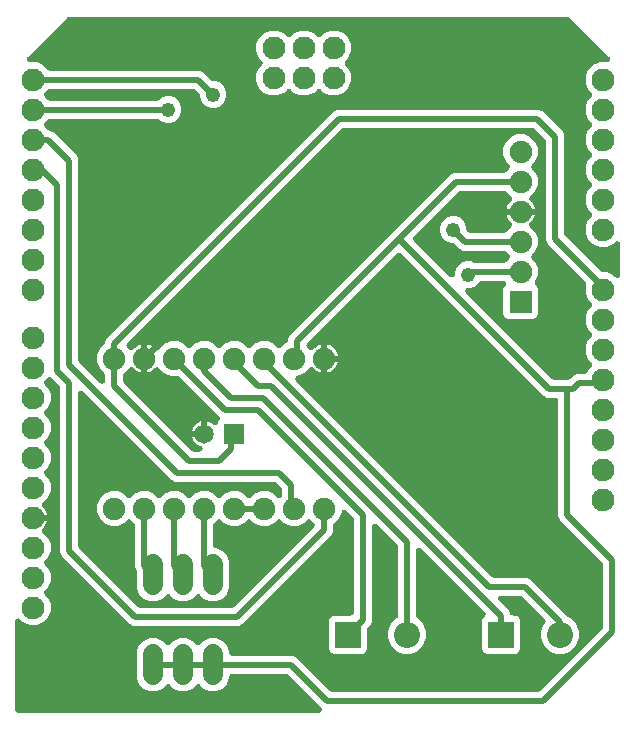
<source format=gbr>
G04 EAGLE Gerber RS-274X export*
G75*
%MOMM*%
%FSLAX34Y34*%
%LPD*%
%INBottom Copper*%
%IPPOS*%
%AMOC8*
5,1,8,0,0,1.08239X$1,22.5*%
G01*
%ADD10C,1.930400*%
%ADD11C,1.905000*%
%ADD12C,1.914400*%
%ADD13R,1.914400X1.914400*%
%ADD14C,1.727200*%
%ADD15C,1.651000*%
%ADD16R,1.651000X1.651000*%
%ADD17R,2.214400X2.214400*%
%ADD18C,2.214400*%
%ADD19C,0.508000*%
%ADD20C,1.214400*%

G36*
X267701Y10172D02*
X267701Y10172D01*
X267831Y10174D01*
X267925Y10192D01*
X268020Y10201D01*
X268146Y10235D01*
X268273Y10260D01*
X268362Y10294D01*
X268455Y10319D01*
X268572Y10375D01*
X268693Y10422D01*
X268775Y10472D01*
X268861Y10513D01*
X268967Y10588D01*
X269078Y10656D01*
X269150Y10719D01*
X269227Y10775D01*
X269318Y10868D01*
X269415Y10954D01*
X269475Y11029D01*
X269541Y11097D01*
X269614Y11205D01*
X269695Y11307D01*
X269740Y11391D01*
X269793Y11470D01*
X269846Y11589D01*
X269907Y11704D01*
X269937Y11795D01*
X269976Y11882D01*
X270006Y12009D01*
X270047Y12132D01*
X270060Y12227D01*
X270082Y12320D01*
X270090Y12449D01*
X270108Y12578D01*
X270104Y12674D01*
X270110Y12769D01*
X270095Y12898D01*
X270090Y13028D01*
X270069Y13121D01*
X270058Y13216D01*
X270020Y13341D01*
X269992Y13468D01*
X269955Y13556D01*
X269928Y13647D01*
X269868Y13763D01*
X269818Y13883D01*
X269767Y13963D01*
X269723Y14049D01*
X269645Y14152D01*
X269574Y14261D01*
X269488Y14359D01*
X269451Y14407D01*
X269418Y14438D01*
X269367Y14496D01*
X267503Y16360D01*
X267502Y16360D01*
X241427Y42436D01*
X241301Y42541D01*
X241180Y42653D01*
X241129Y42685D01*
X241082Y42724D01*
X240939Y42806D01*
X240800Y42894D01*
X240744Y42918D01*
X240691Y42948D01*
X240536Y43003D01*
X240384Y43065D01*
X240324Y43078D01*
X240267Y43099D01*
X240104Y43125D01*
X239943Y43160D01*
X239867Y43165D01*
X239822Y43172D01*
X239761Y43171D01*
X239632Y43179D01*
X194056Y43179D01*
X194021Y43176D01*
X193987Y43178D01*
X193798Y43156D01*
X193607Y43139D01*
X193574Y43130D01*
X193540Y43126D01*
X193357Y43071D01*
X193173Y43021D01*
X193142Y43006D01*
X193109Y42996D01*
X192938Y42909D01*
X192766Y42827D01*
X192738Y42807D01*
X192707Y42792D01*
X192555Y42676D01*
X192400Y42565D01*
X192376Y42540D01*
X192349Y42520D01*
X192220Y42380D01*
X192086Y42243D01*
X192067Y42214D01*
X192043Y42188D01*
X191941Y42027D01*
X191834Y41870D01*
X191820Y41838D01*
X191802Y41809D01*
X191729Y41632D01*
X191652Y41458D01*
X191644Y41424D01*
X191631Y41392D01*
X191591Y41205D01*
X191545Y41020D01*
X191543Y40986D01*
X191536Y40952D01*
X191517Y40640D01*
X191517Y39436D01*
X189429Y34394D01*
X185570Y30535D01*
X180528Y28447D01*
X175072Y28447D01*
X170030Y30535D01*
X166896Y33670D01*
X166869Y33692D01*
X166846Y33718D01*
X166697Y33836D01*
X166550Y33959D01*
X166520Y33976D01*
X166493Y33998D01*
X166325Y34088D01*
X166159Y34182D01*
X166127Y34194D01*
X166096Y34210D01*
X165915Y34269D01*
X165735Y34333D01*
X165701Y34339D01*
X165668Y34349D01*
X165479Y34375D01*
X165291Y34407D01*
X165256Y34406D01*
X165222Y34411D01*
X165031Y34403D01*
X164840Y34401D01*
X164806Y34394D01*
X164772Y34393D01*
X164586Y34351D01*
X164398Y34315D01*
X164366Y34302D01*
X164332Y34295D01*
X164157Y34222D01*
X163978Y34153D01*
X163949Y34135D01*
X163917Y34121D01*
X163757Y34018D01*
X163594Y33919D01*
X163568Y33896D01*
X163539Y33877D01*
X163304Y33670D01*
X160170Y30536D01*
X155128Y28447D01*
X149672Y28447D01*
X144630Y30535D01*
X141496Y33670D01*
X141469Y33692D01*
X141446Y33718D01*
X141297Y33836D01*
X141150Y33959D01*
X141120Y33976D01*
X141093Y33998D01*
X140925Y34088D01*
X140759Y34182D01*
X140727Y34194D01*
X140696Y34210D01*
X140515Y34269D01*
X140335Y34333D01*
X140301Y34339D01*
X140268Y34349D01*
X140079Y34375D01*
X139891Y34407D01*
X139856Y34406D01*
X139822Y34411D01*
X139631Y34403D01*
X139440Y34401D01*
X139406Y34394D01*
X139372Y34393D01*
X139186Y34351D01*
X138998Y34315D01*
X138966Y34302D01*
X138932Y34295D01*
X138757Y34222D01*
X138578Y34153D01*
X138549Y34135D01*
X138517Y34121D01*
X138357Y34018D01*
X138194Y33919D01*
X138168Y33896D01*
X138139Y33877D01*
X137904Y33670D01*
X134770Y30536D01*
X129728Y28447D01*
X124272Y28447D01*
X119230Y30535D01*
X115371Y34394D01*
X113283Y39436D01*
X113283Y62164D01*
X115371Y67206D01*
X119230Y71065D01*
X124272Y73153D01*
X129728Y73153D01*
X134770Y71064D01*
X137904Y67930D01*
X137931Y67908D01*
X137954Y67882D01*
X138103Y67763D01*
X138250Y67641D01*
X138280Y67624D01*
X138307Y67602D01*
X138475Y67512D01*
X138641Y67418D01*
X138673Y67406D01*
X138704Y67390D01*
X138885Y67331D01*
X139065Y67267D01*
X139099Y67261D01*
X139132Y67251D01*
X139321Y67224D01*
X139509Y67193D01*
X139544Y67194D01*
X139578Y67189D01*
X139769Y67197D01*
X139959Y67199D01*
X139994Y67206D01*
X140028Y67207D01*
X140214Y67249D01*
X140402Y67285D01*
X140434Y67298D01*
X140468Y67305D01*
X140644Y67379D01*
X140822Y67447D01*
X140851Y67465D01*
X140883Y67479D01*
X141044Y67582D01*
X141206Y67681D01*
X141232Y67704D01*
X141261Y67723D01*
X141496Y67930D01*
X144630Y71065D01*
X149672Y73153D01*
X155128Y73153D01*
X160170Y71064D01*
X163304Y67930D01*
X163331Y67908D01*
X163354Y67882D01*
X163503Y67763D01*
X163650Y67641D01*
X163680Y67624D01*
X163707Y67602D01*
X163875Y67512D01*
X164041Y67418D01*
X164073Y67406D01*
X164104Y67390D01*
X164285Y67331D01*
X164465Y67267D01*
X164499Y67261D01*
X164532Y67251D01*
X164721Y67224D01*
X164909Y67193D01*
X164944Y67194D01*
X164978Y67189D01*
X165169Y67197D01*
X165359Y67199D01*
X165394Y67206D01*
X165428Y67207D01*
X165614Y67249D01*
X165802Y67285D01*
X165834Y67298D01*
X165868Y67305D01*
X166044Y67379D01*
X166222Y67447D01*
X166251Y67465D01*
X166283Y67479D01*
X166444Y67582D01*
X166606Y67681D01*
X166632Y67704D01*
X166661Y67723D01*
X166896Y67930D01*
X170030Y71065D01*
X175072Y73153D01*
X180528Y73153D01*
X185570Y71065D01*
X189429Y67206D01*
X191517Y62164D01*
X191517Y60960D01*
X191520Y60925D01*
X191518Y60891D01*
X191540Y60702D01*
X191557Y60511D01*
X191566Y60478D01*
X191570Y60444D01*
X191625Y60261D01*
X191675Y60077D01*
X191690Y60046D01*
X191700Y60013D01*
X191787Y59842D01*
X191869Y59670D01*
X191889Y59642D01*
X191904Y59611D01*
X192020Y59459D01*
X192131Y59304D01*
X192156Y59280D01*
X192176Y59253D01*
X192316Y59124D01*
X192453Y58990D01*
X192482Y58971D01*
X192508Y58947D01*
X192669Y58845D01*
X192826Y58738D01*
X192858Y58724D01*
X192887Y58706D01*
X193064Y58633D01*
X193238Y58556D01*
X193272Y58548D01*
X193304Y58535D01*
X193491Y58495D01*
X193676Y58449D01*
X193710Y58447D01*
X193744Y58440D01*
X194056Y58421D01*
X245356Y58421D01*
X248157Y57261D01*
X276733Y28684D01*
X276859Y28579D01*
X276980Y28467D01*
X277031Y28435D01*
X277078Y28396D01*
X277221Y28314D01*
X277360Y28226D01*
X277416Y28202D01*
X277469Y28172D01*
X277624Y28117D01*
X277776Y28055D01*
X277836Y28042D01*
X277893Y28021D01*
X278056Y27995D01*
X278217Y27960D01*
X278293Y27955D01*
X278338Y27948D01*
X278399Y27949D01*
X278528Y27941D01*
X452992Y27941D01*
X453155Y27955D01*
X453320Y27962D01*
X453379Y27975D01*
X453440Y27981D01*
X453599Y28024D01*
X453759Y28060D01*
X453816Y28083D01*
X453874Y28099D01*
X454023Y28170D01*
X454175Y28233D01*
X454226Y28266D01*
X454281Y28293D01*
X454415Y28388D01*
X454553Y28478D01*
X454611Y28529D01*
X454647Y28555D01*
X454690Y28598D01*
X454787Y28684D01*
X507256Y81153D01*
X507361Y81279D01*
X507473Y81400D01*
X507505Y81451D01*
X507544Y81498D01*
X507626Y81641D01*
X507714Y81780D01*
X507738Y81836D01*
X507768Y81889D01*
X507823Y82044D01*
X507885Y82196D01*
X507898Y82256D01*
X507919Y82313D01*
X507945Y82476D01*
X507980Y82637D01*
X507985Y82713D01*
X507992Y82758D01*
X507991Y82819D01*
X507999Y82948D01*
X507999Y135492D01*
X507985Y135655D01*
X507978Y135820D01*
X507965Y135879D01*
X507959Y135940D01*
X507916Y136099D01*
X507880Y136259D01*
X507857Y136316D01*
X507841Y136374D01*
X507770Y136523D01*
X507707Y136675D01*
X507674Y136726D01*
X507647Y136781D01*
X507552Y136915D01*
X507462Y137053D01*
X507411Y137111D01*
X507385Y137147D01*
X507342Y137190D01*
X507256Y137287D01*
X471059Y173483D01*
X469899Y176284D01*
X469899Y274320D01*
X469896Y274355D01*
X469898Y274389D01*
X469876Y274578D01*
X469859Y274769D01*
X469850Y274802D01*
X469846Y274836D01*
X469791Y275019D01*
X469741Y275203D01*
X469726Y275234D01*
X469716Y275267D01*
X469629Y275438D01*
X469547Y275610D01*
X469527Y275638D01*
X469512Y275669D01*
X469396Y275821D01*
X469285Y275976D01*
X469260Y276000D01*
X469240Y276027D01*
X469100Y276156D01*
X468963Y276290D01*
X468934Y276309D01*
X468908Y276333D01*
X468747Y276435D01*
X468590Y276542D01*
X468558Y276556D01*
X468529Y276574D01*
X468352Y276647D01*
X468178Y276724D01*
X468144Y276732D01*
X468112Y276745D01*
X467925Y276785D01*
X467740Y276831D01*
X467706Y276833D01*
X467672Y276840D01*
X467360Y276859D01*
X460764Y276859D01*
X457963Y278019D01*
X337076Y398907D01*
X337049Y398929D01*
X337026Y398955D01*
X336877Y399073D01*
X336730Y399196D01*
X336700Y399213D01*
X336673Y399235D01*
X336505Y399325D01*
X336339Y399419D01*
X336307Y399431D01*
X336276Y399447D01*
X336095Y399506D01*
X335915Y399570D01*
X335881Y399576D01*
X335848Y399587D01*
X335659Y399612D01*
X335471Y399644D01*
X335436Y399643D01*
X335402Y399648D01*
X335211Y399640D01*
X335020Y399638D01*
X334986Y399631D01*
X334952Y399630D01*
X334766Y399588D01*
X334578Y399552D01*
X334546Y399540D01*
X334512Y399532D01*
X334336Y399458D01*
X334158Y399390D01*
X334129Y399372D01*
X334097Y399358D01*
X333937Y399255D01*
X333774Y399156D01*
X333748Y399133D01*
X333719Y399114D01*
X333484Y398907D01*
X257542Y322965D01*
X257520Y322938D01*
X257494Y322915D01*
X257376Y322766D01*
X257253Y322619D01*
X257236Y322589D01*
X257214Y322562D01*
X257124Y322394D01*
X257030Y322228D01*
X257018Y322196D01*
X257002Y322165D01*
X256943Y321984D01*
X256879Y321804D01*
X256873Y321770D01*
X256863Y321737D01*
X256837Y321549D01*
X256805Y321360D01*
X256806Y321325D01*
X256801Y321291D01*
X256809Y321100D01*
X256812Y320910D01*
X256818Y320876D01*
X256820Y320841D01*
X256861Y320655D01*
X256897Y320468D01*
X256910Y320435D01*
X256917Y320401D01*
X256991Y320226D01*
X257059Y320048D01*
X257077Y320018D01*
X257091Y319986D01*
X257194Y319826D01*
X257293Y319663D01*
X257316Y319637D01*
X257335Y319608D01*
X257542Y319374D01*
X259081Y317835D01*
X259107Y317813D01*
X259130Y317787D01*
X259279Y317669D01*
X259426Y317546D01*
X259456Y317529D01*
X259483Y317508D01*
X259651Y317418D01*
X259817Y317323D01*
X259849Y317311D01*
X259880Y317295D01*
X260061Y317236D01*
X260241Y317172D01*
X260275Y317166D01*
X260308Y317156D01*
X260497Y317130D01*
X260685Y317099D01*
X260720Y317099D01*
X260754Y317094D01*
X260945Y317102D01*
X261136Y317105D01*
X261170Y317111D01*
X261204Y317113D01*
X261390Y317154D01*
X261578Y317190D01*
X261610Y317203D01*
X261644Y317210D01*
X261820Y317284D01*
X261998Y317352D01*
X262027Y317370D01*
X262059Y317384D01*
X262220Y317487D01*
X262382Y317586D01*
X262408Y317609D01*
X262437Y317628D01*
X262672Y317835D01*
X263920Y319083D01*
X265456Y320200D01*
X267148Y321062D01*
X268954Y321649D01*
X269241Y321694D01*
X269241Y309880D01*
X269241Y298066D01*
X268954Y298111D01*
X267148Y298698D01*
X265456Y299560D01*
X263920Y300677D01*
X262672Y301925D01*
X262645Y301947D01*
X262622Y301973D01*
X262473Y302091D01*
X262326Y302214D01*
X262296Y302231D01*
X262269Y302252D01*
X262101Y302342D01*
X261935Y302437D01*
X261903Y302449D01*
X261872Y302465D01*
X261691Y302524D01*
X261511Y302588D01*
X261477Y302594D01*
X261444Y302604D01*
X261255Y302630D01*
X261067Y302661D01*
X261032Y302661D01*
X260998Y302666D01*
X260807Y302658D01*
X260617Y302655D01*
X260582Y302649D01*
X260548Y302647D01*
X260362Y302606D01*
X260174Y302570D01*
X260142Y302557D01*
X260108Y302550D01*
X259933Y302476D01*
X259754Y302408D01*
X259725Y302389D01*
X259693Y302376D01*
X259533Y302273D01*
X259370Y302174D01*
X259344Y302151D01*
X259315Y302132D01*
X259081Y301925D01*
X254654Y297498D01*
X248934Y295129D01*
X248861Y295091D01*
X248784Y295061D01*
X248662Y294986D01*
X248535Y294920D01*
X248470Y294870D01*
X248399Y294827D01*
X248292Y294732D01*
X248179Y294644D01*
X248124Y294583D01*
X248062Y294529D01*
X247973Y294417D01*
X247877Y294310D01*
X247834Y294240D01*
X247783Y294176D01*
X247715Y294050D01*
X247639Y293928D01*
X247609Y293851D01*
X247570Y293779D01*
X247526Y293643D01*
X247473Y293510D01*
X247456Y293429D01*
X247431Y293351D01*
X247411Y293209D01*
X247382Y293068D01*
X247381Y292986D01*
X247369Y292905D01*
X247375Y292761D01*
X247372Y292618D01*
X247384Y292537D01*
X247388Y292455D01*
X247419Y292315D01*
X247441Y292173D01*
X247467Y292095D01*
X247485Y292015D01*
X247540Y291883D01*
X247587Y291748D01*
X247627Y291676D01*
X247659Y291600D01*
X247737Y291479D01*
X247806Y291354D01*
X247858Y291291D01*
X247903Y291221D01*
X248067Y291036D01*
X248092Y291006D01*
X248100Y290999D01*
X248110Y290987D01*
X413893Y125204D01*
X414019Y125099D01*
X414140Y124987D01*
X414191Y124955D01*
X414238Y124916D01*
X414381Y124834D01*
X414520Y124746D01*
X414576Y124722D01*
X414629Y124692D01*
X414784Y124637D01*
X414936Y124575D01*
X414996Y124562D01*
X415053Y124541D01*
X415216Y124515D01*
X415377Y124480D01*
X415453Y124475D01*
X415498Y124468D01*
X415559Y124469D01*
X415688Y124461D01*
X443476Y124461D01*
X446277Y123301D01*
X478283Y91294D01*
X478336Y91218D01*
X478379Y91176D01*
X478417Y91127D01*
X478539Y91017D01*
X478656Y90901D01*
X478706Y90866D01*
X478751Y90826D01*
X478891Y90739D01*
X479026Y90645D01*
X479095Y90611D01*
X479133Y90588D01*
X479190Y90565D01*
X479307Y90508D01*
X480790Y89894D01*
X485334Y85350D01*
X487793Y79413D01*
X487793Y72987D01*
X485334Y67050D01*
X480790Y62506D01*
X474853Y60047D01*
X468427Y60047D01*
X462490Y62506D01*
X457946Y67050D01*
X455487Y72987D01*
X455487Y79413D01*
X457946Y85350D01*
X458514Y85918D01*
X458536Y85944D01*
X458562Y85967D01*
X458680Y86116D01*
X458803Y86263D01*
X458820Y86293D01*
X458842Y86320D01*
X458932Y86488D01*
X459026Y86654D01*
X459038Y86686D01*
X459054Y86717D01*
X459113Y86898D01*
X459177Y87078D01*
X459183Y87112D01*
X459194Y87145D01*
X459219Y87334D01*
X459251Y87522D01*
X459250Y87557D01*
X459255Y87591D01*
X459247Y87782D01*
X459245Y87973D01*
X459238Y88007D01*
X459237Y88041D01*
X459195Y88227D01*
X459159Y88415D01*
X459146Y88447D01*
X459139Y88481D01*
X459065Y88657D01*
X458997Y88835D01*
X458979Y88864D01*
X458965Y88896D01*
X458862Y89056D01*
X458763Y89219D01*
X458740Y89245D01*
X458721Y89274D01*
X458514Y89509D01*
X439547Y108476D01*
X439421Y108581D01*
X439300Y108693D01*
X439249Y108725D01*
X439202Y108764D01*
X439059Y108846D01*
X438920Y108934D01*
X438864Y108958D01*
X438811Y108988D01*
X438656Y109043D01*
X438504Y109105D01*
X438444Y109118D01*
X438387Y109139D01*
X438224Y109165D01*
X438063Y109200D01*
X437987Y109205D01*
X437942Y109212D01*
X437881Y109211D01*
X437752Y109219D01*
X421640Y109219D01*
X421511Y109208D01*
X421380Y109206D01*
X421287Y109188D01*
X421191Y109179D01*
X421066Y109145D01*
X420938Y109120D01*
X420849Y109086D01*
X420757Y109061D01*
X420640Y109005D01*
X420518Y108958D01*
X420437Y108908D01*
X420350Y108867D01*
X420245Y108792D01*
X420134Y108724D01*
X420062Y108661D01*
X419984Y108605D01*
X419893Y108512D01*
X419796Y108426D01*
X419737Y108351D01*
X419670Y108283D01*
X419597Y108175D01*
X419517Y108073D01*
X419472Y107989D01*
X419418Y107910D01*
X419366Y107791D01*
X419304Y107676D01*
X419275Y107585D01*
X419236Y107498D01*
X419205Y107371D01*
X419165Y107248D01*
X419152Y107153D01*
X419129Y107060D01*
X419121Y106931D01*
X419104Y106802D01*
X419107Y106706D01*
X419102Y106611D01*
X419117Y106482D01*
X419122Y106352D01*
X419143Y106259D01*
X419154Y106164D01*
X419191Y106039D01*
X419220Y105912D01*
X419256Y105824D01*
X419284Y105733D01*
X419343Y105617D01*
X419393Y105497D01*
X419445Y105417D01*
X419488Y105331D01*
X419567Y105228D01*
X419637Y105119D01*
X419724Y105021D01*
X419760Y104973D01*
X419783Y104952D01*
X419788Y104945D01*
X419803Y104931D01*
X419844Y104884D01*
X428101Y96628D01*
X429222Y93920D01*
X429321Y93732D01*
X429417Y93543D01*
X429425Y93533D01*
X429431Y93521D01*
X429561Y93352D01*
X429689Y93185D01*
X429698Y93176D01*
X429706Y93165D01*
X429864Y93023D01*
X430020Y92879D01*
X430031Y92872D01*
X430041Y92864D01*
X430219Y92752D01*
X430400Y92638D01*
X430412Y92633D01*
X430423Y92626D01*
X430620Y92547D01*
X430816Y92467D01*
X430829Y92464D01*
X430841Y92459D01*
X431050Y92416D01*
X431256Y92372D01*
X431272Y92371D01*
X431282Y92369D01*
X431322Y92368D01*
X431568Y92353D01*
X433723Y92353D01*
X435590Y91579D01*
X437019Y90150D01*
X437793Y88283D01*
X437793Y64117D01*
X437019Y62250D01*
X435590Y60821D01*
X433723Y60047D01*
X409557Y60047D01*
X407690Y60821D01*
X406261Y62250D01*
X405487Y64117D01*
X405487Y88283D01*
X406261Y90150D01*
X407847Y91736D01*
X407869Y91763D01*
X407895Y91786D01*
X408013Y91935D01*
X408136Y92082D01*
X408153Y92112D01*
X408175Y92139D01*
X408264Y92307D01*
X408359Y92473D01*
X408371Y92505D01*
X408387Y92536D01*
X408446Y92717D01*
X408510Y92897D01*
X408516Y92931D01*
X408526Y92964D01*
X408552Y93153D01*
X408584Y93341D01*
X408583Y93375D01*
X408588Y93410D01*
X408580Y93601D01*
X408577Y93791D01*
X408571Y93825D01*
X408569Y93860D01*
X408528Y94046D01*
X408492Y94233D01*
X408479Y94266D01*
X408472Y94299D01*
X408398Y94476D01*
X408330Y94653D01*
X408312Y94683D01*
X408298Y94715D01*
X408195Y94875D01*
X408096Y95038D01*
X408073Y95064D01*
X408054Y95093D01*
X407847Y95327D01*
X354056Y149119D01*
X353956Y149202D01*
X353863Y149293D01*
X353783Y149346D01*
X353710Y149408D01*
X353597Y149472D01*
X353490Y149545D01*
X353402Y149584D01*
X353319Y149631D01*
X353197Y149674D01*
X353078Y149727D01*
X352985Y149750D01*
X352895Y149782D01*
X352766Y149803D01*
X352640Y149834D01*
X352545Y149840D01*
X352451Y149855D01*
X352320Y149854D01*
X352191Y149862D01*
X352096Y149850D01*
X352000Y149849D01*
X351873Y149824D01*
X351744Y149809D01*
X351652Y149782D01*
X351558Y149764D01*
X351437Y149717D01*
X351313Y149679D01*
X351228Y149636D01*
X351138Y149601D01*
X351027Y149534D01*
X350911Y149475D01*
X350835Y149417D01*
X350754Y149367D01*
X350656Y149281D01*
X350553Y149203D01*
X350488Y149132D01*
X350416Y149069D01*
X350336Y148967D01*
X350247Y148872D01*
X350196Y148791D01*
X350137Y148716D01*
X350076Y148602D01*
X350006Y148492D01*
X349969Y148403D01*
X349924Y148319D01*
X349884Y148196D01*
X349835Y148075D01*
X349815Y147982D01*
X349785Y147891D01*
X349767Y147762D01*
X349740Y147635D01*
X349732Y147505D01*
X349724Y147445D01*
X349725Y147400D01*
X349721Y147323D01*
X349721Y92224D01*
X349740Y92013D01*
X349756Y91801D01*
X349759Y91788D01*
X349761Y91775D01*
X349817Y91570D01*
X349870Y91365D01*
X349876Y91353D01*
X349879Y91341D01*
X349970Y91151D01*
X350059Y90957D01*
X350067Y90946D01*
X350073Y90934D01*
X350196Y90762D01*
X350318Y90588D01*
X350327Y90579D01*
X350335Y90568D01*
X350487Y90419D01*
X350637Y90271D01*
X350648Y90263D01*
X350657Y90254D01*
X350833Y90135D01*
X351008Y90015D01*
X351022Y90008D01*
X351030Y90002D01*
X351066Y89986D01*
X351244Y89899D01*
X355794Y85350D01*
X358253Y79413D01*
X358253Y72987D01*
X355794Y67050D01*
X351250Y62506D01*
X345313Y60047D01*
X338887Y60047D01*
X332950Y62506D01*
X328406Y67050D01*
X325947Y72987D01*
X325947Y79413D01*
X328406Y85350D01*
X332959Y89902D01*
X333100Y89976D01*
X333289Y90072D01*
X333299Y90080D01*
X333311Y90086D01*
X333478Y90216D01*
X333647Y90344D01*
X333656Y90354D01*
X333667Y90362D01*
X333809Y90519D01*
X333953Y90675D01*
X333960Y90686D01*
X333968Y90696D01*
X334080Y90875D01*
X334194Y91055D01*
X334199Y91067D01*
X334206Y91078D01*
X334284Y91274D01*
X334365Y91472D01*
X334368Y91484D01*
X334373Y91497D01*
X334416Y91705D01*
X334460Y91912D01*
X334461Y91927D01*
X334463Y91938D01*
X334464Y91977D01*
X334479Y92224D01*
X334479Y150660D01*
X334465Y150824D01*
X334458Y150988D01*
X334445Y151048D01*
X334439Y151109D01*
X334396Y151267D01*
X334360Y151428D01*
X334337Y151484D01*
X334321Y151543D01*
X334250Y151691D01*
X334187Y151843D01*
X334154Y151895D01*
X334127Y151950D01*
X334032Y152083D01*
X333942Y152221D01*
X333891Y152279D01*
X333865Y152316D01*
X333822Y152358D01*
X333736Y152456D01*
X316756Y169436D01*
X316656Y169519D01*
X316563Y169610D01*
X316483Y169663D01*
X316410Y169725D01*
X316297Y169789D01*
X316190Y169862D01*
X316102Y169900D01*
X316019Y169948D01*
X315897Y169991D01*
X315778Y170044D01*
X315685Y170067D01*
X315595Y170099D01*
X315466Y170120D01*
X315340Y170151D01*
X315245Y170157D01*
X315151Y170172D01*
X315020Y170170D01*
X314891Y170178D01*
X314796Y170167D01*
X314700Y170166D01*
X314573Y170141D01*
X314444Y170126D01*
X314352Y170099D01*
X314258Y170080D01*
X314137Y170034D01*
X314013Y169996D01*
X313928Y169953D01*
X313838Y169918D01*
X313727Y169851D01*
X313611Y169792D01*
X313535Y169734D01*
X313454Y169684D01*
X313356Y169598D01*
X313253Y169520D01*
X313188Y169449D01*
X313116Y169386D01*
X313036Y169284D01*
X312947Y169189D01*
X312896Y169108D01*
X312837Y169033D01*
X312776Y168918D01*
X312706Y168809D01*
X312669Y168720D01*
X312624Y168636D01*
X312584Y168512D01*
X312535Y168392D01*
X312515Y168299D01*
X312485Y168208D01*
X312467Y168079D01*
X312440Y167952D01*
X312432Y167822D01*
X312424Y167762D01*
X312425Y167717D01*
X312421Y167640D01*
X312421Y87384D01*
X311261Y84583D01*
X308996Y82319D01*
X308891Y82193D01*
X308779Y82072D01*
X308747Y82021D01*
X308708Y81974D01*
X308626Y81831D01*
X308538Y81692D01*
X308514Y81636D01*
X308484Y81583D01*
X308429Y81428D01*
X308367Y81276D01*
X308354Y81216D01*
X308333Y81159D01*
X308307Y80996D01*
X308272Y80835D01*
X308267Y80759D01*
X308260Y80714D01*
X308261Y80653D01*
X308253Y80524D01*
X308253Y64117D01*
X307479Y62250D01*
X306050Y60821D01*
X304183Y60047D01*
X280017Y60047D01*
X278150Y60821D01*
X276721Y62250D01*
X275947Y64117D01*
X275947Y88283D01*
X276721Y90150D01*
X278150Y91579D01*
X280017Y92353D01*
X294640Y92353D01*
X294675Y92356D01*
X294709Y92354D01*
X294898Y92376D01*
X295089Y92393D01*
X295122Y92402D01*
X295156Y92406D01*
X295339Y92461D01*
X295523Y92511D01*
X295554Y92526D01*
X295587Y92536D01*
X295758Y92623D01*
X295930Y92705D01*
X295958Y92725D01*
X295989Y92740D01*
X296141Y92856D01*
X296296Y92967D01*
X296320Y92992D01*
X296347Y93012D01*
X296476Y93152D01*
X296610Y93289D01*
X296629Y93318D01*
X296653Y93344D01*
X296755Y93505D01*
X296862Y93662D01*
X296876Y93694D01*
X296894Y93723D01*
X296966Y93899D01*
X297044Y94074D01*
X297052Y94108D01*
X297065Y94140D01*
X297105Y94327D01*
X297151Y94512D01*
X297153Y94546D01*
X297160Y94580D01*
X297179Y94892D01*
X297179Y173592D01*
X297165Y173755D01*
X297158Y173920D01*
X297145Y173979D01*
X297139Y174040D01*
X297096Y174199D01*
X297060Y174359D01*
X297037Y174416D01*
X297021Y174474D01*
X296950Y174623D01*
X296887Y174775D01*
X296854Y174826D01*
X296827Y174881D01*
X296732Y175015D01*
X296642Y175153D01*
X296591Y175211D01*
X296565Y175247D01*
X296522Y175290D01*
X296436Y175387D01*
X290673Y181150D01*
X290610Y181203D01*
X290553Y181262D01*
X290437Y181347D01*
X290327Y181439D01*
X290256Y181480D01*
X290189Y181528D01*
X290061Y181591D01*
X289936Y181662D01*
X289859Y181690D01*
X289785Y181726D01*
X289647Y181765D01*
X289512Y181813D01*
X289431Y181826D01*
X289352Y181849D01*
X289209Y181863D01*
X289068Y181886D01*
X288986Y181885D01*
X288904Y181894D01*
X288761Y181882D01*
X288618Y181880D01*
X288537Y181865D01*
X288455Y181858D01*
X288316Y181822D01*
X288176Y181795D01*
X288099Y181765D01*
X288019Y181744D01*
X287889Y181684D01*
X287756Y181633D01*
X287685Y181590D01*
X287610Y181555D01*
X287493Y181473D01*
X287371Y181399D01*
X287309Y181344D01*
X287242Y181297D01*
X287141Y181195D01*
X287034Y181100D01*
X286982Y181036D01*
X286924Y180977D01*
X286843Y180860D01*
X286754Y180747D01*
X286715Y180675D01*
X286668Y180607D01*
X286560Y180385D01*
X286541Y180350D01*
X286538Y180340D01*
X286531Y180326D01*
X284162Y174607D01*
X280144Y170589D01*
X280039Y170463D01*
X279927Y170342D01*
X279895Y170290D01*
X279856Y170243D01*
X279774Y170101D01*
X279686Y169962D01*
X279662Y169905D01*
X279632Y169852D01*
X279577Y169698D01*
X279515Y169545D01*
X279502Y169486D01*
X279481Y169428D01*
X279455Y169266D01*
X279420Y169105D01*
X279415Y169028D01*
X279408Y168984D01*
X279409Y168923D01*
X279401Y168793D01*
X279401Y163584D01*
X278241Y160783D01*
X202437Y84979D01*
X199636Y83819D01*
X110244Y83819D01*
X107443Y84979D01*
X49419Y143003D01*
X48259Y145804D01*
X48259Y285352D01*
X48245Y285515D01*
X48238Y285680D01*
X48225Y285739D01*
X48219Y285800D01*
X48176Y285959D01*
X48140Y286119D01*
X48117Y286176D01*
X48101Y286234D01*
X48030Y286383D01*
X47967Y286535D01*
X47934Y286586D01*
X47907Y286641D01*
X47812Y286775D01*
X47722Y286913D01*
X47671Y286971D01*
X47645Y287007D01*
X47602Y287050D01*
X47516Y287147D01*
X41760Y292902D01*
X41115Y293548D01*
X41088Y293570D01*
X41065Y293596D01*
X40915Y293715D01*
X40769Y293837D01*
X40739Y293854D01*
X40712Y293876D01*
X40543Y293966D01*
X40378Y294060D01*
X40346Y294072D01*
X40315Y294088D01*
X40133Y294148D01*
X39954Y294211D01*
X39920Y294217D01*
X39887Y294228D01*
X39697Y294254D01*
X39510Y294285D01*
X39475Y294284D01*
X39441Y294289D01*
X39250Y294281D01*
X39059Y294279D01*
X39025Y294272D01*
X38991Y294271D01*
X38804Y294229D01*
X38617Y294193D01*
X38585Y294181D01*
X38551Y294173D01*
X38375Y294099D01*
X38197Y294031D01*
X38168Y294013D01*
X38136Y293999D01*
X37976Y293896D01*
X37813Y293797D01*
X37787Y293774D01*
X37758Y293755D01*
X37523Y293548D01*
X35331Y291356D01*
X35308Y291329D01*
X35283Y291306D01*
X35165Y291157D01*
X35042Y291010D01*
X35025Y290980D01*
X35003Y290953D01*
X34913Y290785D01*
X34818Y290619D01*
X34807Y290587D01*
X34791Y290556D01*
X34732Y290375D01*
X34668Y290195D01*
X34662Y290161D01*
X34651Y290128D01*
X34625Y289939D01*
X34594Y289751D01*
X34595Y289716D01*
X34590Y289682D01*
X34598Y289491D01*
X34600Y289301D01*
X34607Y289266D01*
X34608Y289232D01*
X34650Y289046D01*
X34686Y288858D01*
X34698Y288826D01*
X34706Y288792D01*
X34780Y288616D01*
X34848Y288438D01*
X34866Y288409D01*
X34879Y288377D01*
X34983Y288216D01*
X35082Y288054D01*
X35105Y288028D01*
X35124Y287999D01*
X35331Y287764D01*
X37890Y285205D01*
X40133Y279791D01*
X40133Y273929D01*
X37890Y268515D01*
X35331Y265956D01*
X35308Y265929D01*
X35283Y265906D01*
X35164Y265757D01*
X35042Y265610D01*
X35025Y265580D01*
X35003Y265553D01*
X34913Y265385D01*
X34818Y265219D01*
X34807Y265187D01*
X34791Y265156D01*
X34732Y264975D01*
X34668Y264795D01*
X34662Y264761D01*
X34651Y264728D01*
X34625Y264539D01*
X34594Y264351D01*
X34595Y264316D01*
X34590Y264282D01*
X34598Y264091D01*
X34600Y263901D01*
X34607Y263866D01*
X34608Y263832D01*
X34650Y263646D01*
X34686Y263458D01*
X34698Y263426D01*
X34706Y263392D01*
X34780Y263216D01*
X34848Y263038D01*
X34866Y263009D01*
X34879Y262977D01*
X34983Y262816D01*
X35082Y262654D01*
X35105Y262628D01*
X35124Y262599D01*
X35331Y262364D01*
X37890Y259805D01*
X40133Y254391D01*
X40133Y248529D01*
X37890Y243115D01*
X35331Y240556D01*
X35308Y240529D01*
X35283Y240506D01*
X35164Y240357D01*
X35042Y240210D01*
X35025Y240180D01*
X35003Y240153D01*
X34913Y239985D01*
X34818Y239819D01*
X34807Y239787D01*
X34791Y239756D01*
X34732Y239575D01*
X34668Y239395D01*
X34662Y239361D01*
X34651Y239328D01*
X34625Y239139D01*
X34594Y238951D01*
X34595Y238916D01*
X34590Y238882D01*
X34598Y238691D01*
X34600Y238501D01*
X34607Y238466D01*
X34608Y238432D01*
X34650Y238246D01*
X34686Y238058D01*
X34698Y238026D01*
X34706Y237992D01*
X34780Y237816D01*
X34848Y237638D01*
X34866Y237609D01*
X34879Y237577D01*
X34983Y237416D01*
X35082Y237254D01*
X35105Y237228D01*
X35124Y237199D01*
X35331Y236964D01*
X37890Y234405D01*
X40133Y228991D01*
X40133Y223129D01*
X37890Y217715D01*
X35331Y215156D01*
X35308Y215129D01*
X35283Y215106D01*
X35164Y214957D01*
X35042Y214810D01*
X35025Y214780D01*
X35003Y214753D01*
X34913Y214585D01*
X34818Y214419D01*
X34807Y214387D01*
X34791Y214356D01*
X34732Y214175D01*
X34668Y213995D01*
X34662Y213961D01*
X34651Y213928D01*
X34625Y213739D01*
X34594Y213551D01*
X34595Y213516D01*
X34590Y213482D01*
X34598Y213291D01*
X34600Y213101D01*
X34607Y213066D01*
X34608Y213032D01*
X34650Y212846D01*
X34686Y212658D01*
X34698Y212626D01*
X34706Y212592D01*
X34780Y212416D01*
X34848Y212238D01*
X34866Y212209D01*
X34879Y212177D01*
X34983Y212016D01*
X35082Y211854D01*
X35105Y211828D01*
X35124Y211799D01*
X35331Y211564D01*
X37890Y209005D01*
X40133Y203591D01*
X40133Y197729D01*
X37890Y192315D01*
X33535Y187959D01*
X33512Y187933D01*
X33487Y187910D01*
X33368Y187760D01*
X33246Y187614D01*
X33229Y187584D01*
X33207Y187557D01*
X33117Y187389D01*
X33022Y187223D01*
X33011Y187191D01*
X32994Y187160D01*
X32936Y186979D01*
X32872Y186799D01*
X32866Y186765D01*
X32855Y186732D01*
X32829Y186543D01*
X32798Y186355D01*
X32799Y186320D01*
X32794Y186286D01*
X32802Y186095D01*
X32804Y185904D01*
X32811Y185870D01*
X32812Y185836D01*
X32854Y185650D01*
X32890Y185462D01*
X32902Y185430D01*
X32910Y185396D01*
X32983Y185220D01*
X33052Y185042D01*
X33070Y185013D01*
X33083Y184981D01*
X33187Y184820D01*
X33286Y184658D01*
X33309Y184632D01*
X33328Y184603D01*
X33535Y184368D01*
X34700Y183203D01*
X35828Y181650D01*
X36700Y179940D01*
X37292Y178115D01*
X37343Y177799D01*
X25400Y177799D01*
X25366Y177796D01*
X25331Y177798D01*
X25142Y177776D01*
X24952Y177759D01*
X24918Y177750D01*
X24884Y177746D01*
X24701Y177691D01*
X24517Y177641D01*
X24486Y177626D01*
X24453Y177616D01*
X24282Y177529D01*
X24111Y177448D01*
X24083Y177427D01*
X24052Y177412D01*
X23900Y177296D01*
X23745Y177185D01*
X23721Y177161D01*
X23693Y177140D01*
X23564Y177000D01*
X23431Y176863D01*
X23411Y176834D01*
X23388Y176809D01*
X23285Y176648D01*
X23179Y176490D01*
X23165Y176458D01*
X23146Y176429D01*
X23074Y176252D01*
X22996Y176078D01*
X22988Y176044D01*
X22975Y176012D01*
X22935Y175826D01*
X22890Y175640D01*
X22888Y175606D01*
X22880Y175572D01*
X22861Y175260D01*
X22864Y175225D01*
X22862Y175191D01*
X22884Y175001D01*
X22901Y174811D01*
X22910Y174778D01*
X22914Y174744D01*
X22969Y174561D01*
X23020Y174377D01*
X23034Y174346D01*
X23044Y174313D01*
X23131Y174142D01*
X23213Y173970D01*
X23233Y173942D01*
X23249Y173911D01*
X23364Y173759D01*
X23475Y173604D01*
X23500Y173580D01*
X23521Y173552D01*
X23661Y173423D01*
X23798Y173290D01*
X23826Y173271D01*
X23852Y173247D01*
X24013Y173145D01*
X24171Y173038D01*
X24202Y173024D01*
X24232Y173005D01*
X24408Y172933D01*
X24583Y172856D01*
X24616Y172848D01*
X24648Y172835D01*
X24835Y172794D01*
X25020Y172749D01*
X25054Y172747D01*
X25088Y172740D01*
X25400Y172721D01*
X37343Y172721D01*
X37292Y172405D01*
X36699Y170580D01*
X35828Y168870D01*
X34700Y167317D01*
X33535Y166152D01*
X33512Y166125D01*
X33486Y166102D01*
X33368Y165953D01*
X33246Y165806D01*
X33229Y165776D01*
X33207Y165749D01*
X33117Y165581D01*
X33022Y165415D01*
X33011Y165383D01*
X32994Y165352D01*
X32936Y165171D01*
X32872Y164991D01*
X32866Y164957D01*
X32855Y164924D01*
X32829Y164735D01*
X32798Y164547D01*
X32799Y164512D01*
X32794Y164478D01*
X32802Y164287D01*
X32804Y164097D01*
X32811Y164062D01*
X32812Y164028D01*
X32854Y163842D01*
X32890Y163654D01*
X32902Y163622D01*
X32910Y163588D01*
X32983Y163413D01*
X33052Y163234D01*
X33070Y163205D01*
X33083Y163173D01*
X33187Y163013D01*
X33286Y162850D01*
X33309Y162824D01*
X33328Y162795D01*
X33535Y162561D01*
X37890Y158205D01*
X40133Y152791D01*
X40133Y146929D01*
X37890Y141515D01*
X35331Y138956D01*
X35308Y138929D01*
X35283Y138906D01*
X35164Y138757D01*
X35042Y138610D01*
X35025Y138580D01*
X35003Y138553D01*
X34913Y138385D01*
X34818Y138219D01*
X34807Y138187D01*
X34791Y138156D01*
X34732Y137975D01*
X34668Y137795D01*
X34662Y137761D01*
X34651Y137728D01*
X34625Y137539D01*
X34594Y137351D01*
X34595Y137316D01*
X34590Y137282D01*
X34598Y137091D01*
X34600Y136901D01*
X34607Y136866D01*
X34608Y136832D01*
X34650Y136646D01*
X34686Y136458D01*
X34698Y136426D01*
X34706Y136392D01*
X34780Y136216D01*
X34848Y136038D01*
X34866Y136009D01*
X34879Y135977D01*
X34983Y135816D01*
X35082Y135654D01*
X35105Y135628D01*
X35124Y135599D01*
X35273Y135430D01*
X35283Y135416D01*
X35293Y135407D01*
X35331Y135364D01*
X37890Y132805D01*
X40133Y127391D01*
X40133Y121529D01*
X37890Y116115D01*
X35331Y113556D01*
X35308Y113529D01*
X35283Y113506D01*
X35164Y113357D01*
X35042Y113210D01*
X35025Y113180D01*
X35003Y113153D01*
X34913Y112985D01*
X34818Y112819D01*
X34807Y112787D01*
X34791Y112756D01*
X34732Y112575D01*
X34668Y112395D01*
X34662Y112361D01*
X34651Y112328D01*
X34625Y112139D01*
X34594Y111951D01*
X34595Y111916D01*
X34590Y111882D01*
X34598Y111691D01*
X34600Y111501D01*
X34607Y111466D01*
X34608Y111432D01*
X34650Y111246D01*
X34686Y111058D01*
X34698Y111026D01*
X34706Y110992D01*
X34780Y110816D01*
X34848Y110638D01*
X34866Y110609D01*
X34879Y110577D01*
X34983Y110416D01*
X35082Y110254D01*
X35105Y110228D01*
X35124Y110199D01*
X35260Y110045D01*
X35276Y110023D01*
X35290Y110010D01*
X35331Y109964D01*
X37890Y107405D01*
X40133Y101991D01*
X40133Y96129D01*
X37890Y90715D01*
X33745Y86570D01*
X28331Y84327D01*
X22469Y84327D01*
X17055Y86570D01*
X14496Y89129D01*
X14396Y89213D01*
X14303Y89303D01*
X14223Y89357D01*
X14150Y89418D01*
X14037Y89483D01*
X13930Y89555D01*
X13842Y89594D01*
X13759Y89642D01*
X13637Y89685D01*
X13518Y89738D01*
X13425Y89760D01*
X13335Y89792D01*
X13207Y89814D01*
X13080Y89844D01*
X12985Y89850D01*
X12891Y89866D01*
X12761Y89864D01*
X12631Y89872D01*
X12536Y89861D01*
X12440Y89860D01*
X12313Y89835D01*
X12184Y89820D01*
X12092Y89792D01*
X11998Y89774D01*
X11877Y89727D01*
X11753Y89690D01*
X11667Y89646D01*
X11578Y89612D01*
X11467Y89544D01*
X11351Y89485D01*
X11275Y89428D01*
X11194Y89378D01*
X11096Y89292D01*
X10993Y89213D01*
X10928Y89143D01*
X10856Y89080D01*
X10776Y88978D01*
X10687Y88882D01*
X10636Y88802D01*
X10577Y88727D01*
X10516Y88612D01*
X10446Y88502D01*
X10409Y88414D01*
X10364Y88330D01*
X10324Y88206D01*
X10275Y88086D01*
X10255Y87992D01*
X10225Y87902D01*
X10207Y87773D01*
X10180Y87646D01*
X10172Y87516D01*
X10164Y87456D01*
X10165Y87411D01*
X10161Y87334D01*
X10161Y12700D01*
X10164Y12665D01*
X10162Y12631D01*
X10184Y12442D01*
X10201Y12251D01*
X10210Y12218D01*
X10214Y12184D01*
X10269Y12001D01*
X10319Y11817D01*
X10334Y11786D01*
X10344Y11753D01*
X10431Y11582D01*
X10513Y11410D01*
X10533Y11382D01*
X10548Y11351D01*
X10664Y11199D01*
X10775Y11044D01*
X10800Y11020D01*
X10820Y10993D01*
X10960Y10864D01*
X11097Y10730D01*
X11126Y10711D01*
X11152Y10687D01*
X11313Y10585D01*
X11470Y10478D01*
X11502Y10464D01*
X11531Y10446D01*
X11708Y10373D01*
X11882Y10296D01*
X11916Y10288D01*
X11948Y10275D01*
X12135Y10235D01*
X12320Y10189D01*
X12354Y10187D01*
X12388Y10180D01*
X12700Y10161D01*
X267572Y10161D01*
X267701Y10172D01*
G37*
G36*
X83984Y288701D02*
X83984Y288701D01*
X84080Y288702D01*
X84207Y288727D01*
X84336Y288742D01*
X84428Y288770D01*
X84522Y288788D01*
X84643Y288835D01*
X84767Y288872D01*
X84852Y288916D01*
X84942Y288950D01*
X85053Y289018D01*
X85169Y289077D01*
X85245Y289134D01*
X85326Y289184D01*
X85424Y289270D01*
X85527Y289349D01*
X85592Y289419D01*
X85664Y289482D01*
X85744Y289584D01*
X85833Y289680D01*
X85884Y289761D01*
X85943Y289835D01*
X86004Y289950D01*
X86074Y290060D01*
X86111Y290148D01*
X86156Y290232D01*
X86196Y290356D01*
X86245Y290476D01*
X86265Y290570D01*
X86295Y290661D01*
X86313Y290789D01*
X86340Y290916D01*
X86348Y291046D01*
X86356Y291107D01*
X86355Y291151D01*
X86359Y291228D01*
X86359Y295793D01*
X86345Y295957D01*
X86338Y296121D01*
X86325Y296181D01*
X86319Y296242D01*
X86276Y296401D01*
X86240Y296561D01*
X86217Y296617D01*
X86201Y296676D01*
X86130Y296824D01*
X86067Y296976D01*
X86034Y297028D01*
X86007Y297083D01*
X85912Y297216D01*
X85822Y297355D01*
X85771Y297412D01*
X85745Y297449D01*
X85702Y297491D01*
X85616Y297589D01*
X81598Y301607D01*
X79374Y306975D01*
X79374Y312785D01*
X81598Y318153D01*
X85616Y322171D01*
X85721Y322297D01*
X85833Y322418D01*
X85865Y322470D01*
X85904Y322517D01*
X85986Y322659D01*
X86074Y322798D01*
X86098Y322855D01*
X86128Y322908D01*
X86183Y323062D01*
X86245Y323215D01*
X86258Y323274D01*
X86279Y323332D01*
X86305Y323494D01*
X86340Y323655D01*
X86345Y323732D01*
X86352Y323776D01*
X86351Y323837D01*
X86359Y323967D01*
X86359Y324096D01*
X87519Y326897D01*
X280163Y519541D01*
X282964Y520701D01*
X453636Y520701D01*
X456437Y519541D01*
X473821Y502157D01*
X474981Y499356D01*
X474981Y415688D01*
X474995Y415525D01*
X475002Y415360D01*
X475015Y415301D01*
X475021Y415240D01*
X475064Y415081D01*
X475100Y414921D01*
X475123Y414864D01*
X475139Y414806D01*
X475210Y414657D01*
X475273Y414505D01*
X475306Y414454D01*
X475333Y414399D01*
X475428Y414265D01*
X475518Y414127D01*
X475569Y414069D01*
X475595Y414033D01*
X475638Y413990D01*
X475724Y413893D01*
X505841Y383776D01*
X505967Y383671D01*
X506088Y383559D01*
X506139Y383527D01*
X506186Y383488D01*
X506329Y383406D01*
X506468Y383318D01*
X506524Y383294D01*
X506577Y383264D01*
X506732Y383209D01*
X506884Y383147D01*
X506944Y383134D01*
X507001Y383113D01*
X507164Y383087D01*
X507325Y383052D01*
X507401Y383047D01*
X507446Y383040D01*
X507507Y383041D01*
X507636Y383033D01*
X510931Y383033D01*
X516345Y380790D01*
X518144Y378991D01*
X518244Y378907D01*
X518337Y378817D01*
X518417Y378763D01*
X518490Y378702D01*
X518603Y378637D01*
X518710Y378565D01*
X518798Y378526D01*
X518881Y378478D01*
X519003Y378435D01*
X519122Y378382D01*
X519215Y378360D01*
X519305Y378328D01*
X519433Y378306D01*
X519560Y378276D01*
X519655Y378270D01*
X519749Y378254D01*
X519879Y378256D01*
X520009Y378248D01*
X520104Y378259D01*
X520200Y378260D01*
X520327Y378285D01*
X520456Y378300D01*
X520548Y378328D01*
X520642Y378346D01*
X520763Y378393D01*
X520887Y378430D01*
X520973Y378474D01*
X521062Y378508D01*
X521173Y378576D01*
X521289Y378635D01*
X521365Y378692D01*
X521446Y378742D01*
X521544Y378828D01*
X521647Y378907D01*
X521712Y378977D01*
X521784Y379040D01*
X521864Y379142D01*
X521953Y379238D01*
X522004Y379318D01*
X522063Y379393D01*
X522125Y379508D01*
X522194Y379618D01*
X522231Y379706D01*
X522276Y379790D01*
X522316Y379914D01*
X522365Y380034D01*
X522385Y380128D01*
X522415Y380218D01*
X522433Y380347D01*
X522460Y380474D01*
X522468Y380604D01*
X522476Y380664D01*
X522475Y380709D01*
X522479Y380786D01*
X522479Y406614D01*
X522468Y406743D01*
X522466Y406873D01*
X522448Y406967D01*
X522439Y407062D01*
X522405Y407188D01*
X522380Y407315D01*
X522346Y407405D01*
X522321Y407497D01*
X522265Y407614D01*
X522218Y407735D01*
X522168Y407817D01*
X522127Y407903D01*
X522052Y408009D01*
X521984Y408120D01*
X521921Y408192D01*
X521865Y408269D01*
X521772Y408360D01*
X521686Y408457D01*
X521611Y408517D01*
X521543Y408583D01*
X521435Y408656D01*
X521333Y408737D01*
X521249Y408782D01*
X521170Y408835D01*
X521051Y408888D01*
X520936Y408950D01*
X520845Y408979D01*
X520758Y409018D01*
X520631Y409049D01*
X520508Y409089D01*
X520413Y409102D01*
X520320Y409124D01*
X520191Y409132D01*
X520062Y409150D01*
X519966Y409146D01*
X519871Y409152D01*
X519742Y409137D01*
X519612Y409132D01*
X519519Y409111D01*
X519424Y409100D01*
X519299Y409062D01*
X519172Y409034D01*
X519084Y408997D01*
X518993Y408970D01*
X518877Y408911D01*
X518757Y408861D01*
X518677Y408809D01*
X518591Y408765D01*
X518488Y408687D01*
X518379Y408616D01*
X518281Y408530D01*
X518233Y408493D01*
X518202Y408460D01*
X518144Y408409D01*
X516345Y406610D01*
X510931Y404367D01*
X505069Y404367D01*
X499655Y406610D01*
X495510Y410755D01*
X493267Y416169D01*
X493267Y422031D01*
X495510Y427445D01*
X498069Y430004D01*
X498092Y430031D01*
X498117Y430054D01*
X498236Y430203D01*
X498358Y430350D01*
X498375Y430380D01*
X498397Y430407D01*
X498487Y430575D01*
X498582Y430741D01*
X498593Y430773D01*
X498609Y430804D01*
X498668Y430985D01*
X498732Y431165D01*
X498738Y431199D01*
X498749Y431232D01*
X498775Y431421D01*
X498806Y431609D01*
X498805Y431644D01*
X498810Y431678D01*
X498802Y431869D01*
X498800Y432059D01*
X498793Y432094D01*
X498792Y432128D01*
X498750Y432314D01*
X498714Y432502D01*
X498702Y432534D01*
X498694Y432568D01*
X498620Y432744D01*
X498552Y432922D01*
X498534Y432951D01*
X498521Y432983D01*
X498417Y433144D01*
X498318Y433306D01*
X498295Y433332D01*
X498276Y433361D01*
X498069Y433596D01*
X495510Y436155D01*
X493267Y441569D01*
X493267Y447431D01*
X495510Y452845D01*
X498069Y455404D01*
X498092Y455431D01*
X498117Y455454D01*
X498236Y455603D01*
X498358Y455750D01*
X498375Y455780D01*
X498397Y455807D01*
X498487Y455975D01*
X498582Y456141D01*
X498593Y456173D01*
X498609Y456204D01*
X498668Y456385D01*
X498732Y456565D01*
X498738Y456599D01*
X498749Y456632D01*
X498775Y456821D01*
X498806Y457009D01*
X498805Y457044D01*
X498810Y457078D01*
X498802Y457269D01*
X498800Y457459D01*
X498793Y457494D01*
X498792Y457528D01*
X498750Y457714D01*
X498714Y457902D01*
X498702Y457934D01*
X498694Y457968D01*
X498620Y458144D01*
X498552Y458322D01*
X498534Y458351D01*
X498521Y458383D01*
X498417Y458544D01*
X498318Y458706D01*
X498295Y458732D01*
X498276Y458761D01*
X498069Y458996D01*
X495510Y461555D01*
X493267Y466969D01*
X493267Y472831D01*
X495510Y478245D01*
X498069Y480804D01*
X498092Y480831D01*
X498117Y480854D01*
X498236Y481003D01*
X498358Y481150D01*
X498375Y481180D01*
X498397Y481207D01*
X498487Y481375D01*
X498582Y481541D01*
X498593Y481573D01*
X498609Y481604D01*
X498668Y481785D01*
X498732Y481965D01*
X498738Y481999D01*
X498749Y482032D01*
X498775Y482221D01*
X498806Y482409D01*
X498805Y482444D01*
X498810Y482478D01*
X498802Y482669D01*
X498800Y482859D01*
X498793Y482894D01*
X498792Y482928D01*
X498750Y483114D01*
X498714Y483302D01*
X498702Y483334D01*
X498694Y483368D01*
X498620Y483544D01*
X498552Y483722D01*
X498534Y483751D01*
X498521Y483783D01*
X498417Y483944D01*
X498318Y484106D01*
X498295Y484132D01*
X498276Y484161D01*
X498069Y484396D01*
X495510Y486955D01*
X493267Y492369D01*
X493267Y498231D01*
X495510Y503645D01*
X498069Y506204D01*
X498092Y506231D01*
X498117Y506254D01*
X498236Y506403D01*
X498358Y506550D01*
X498375Y506580D01*
X498397Y506607D01*
X498487Y506775D01*
X498582Y506941D01*
X498593Y506973D01*
X498609Y507004D01*
X498668Y507185D01*
X498732Y507365D01*
X498738Y507399D01*
X498749Y507432D01*
X498775Y507621D01*
X498806Y507809D01*
X498805Y507844D01*
X498810Y507878D01*
X498802Y508069D01*
X498800Y508259D01*
X498793Y508294D01*
X498792Y508328D01*
X498750Y508514D01*
X498714Y508702D01*
X498702Y508734D01*
X498694Y508768D01*
X498620Y508944D01*
X498552Y509122D01*
X498534Y509151D01*
X498521Y509183D01*
X498417Y509344D01*
X498318Y509506D01*
X498295Y509532D01*
X498276Y509561D01*
X498069Y509796D01*
X495510Y512355D01*
X493267Y517769D01*
X493267Y523631D01*
X495510Y529045D01*
X498069Y531604D01*
X498092Y531631D01*
X498117Y531654D01*
X498236Y531803D01*
X498358Y531950D01*
X498375Y531980D01*
X498397Y532007D01*
X498487Y532175D01*
X498582Y532341D01*
X498593Y532373D01*
X498609Y532404D01*
X498668Y532585D01*
X498732Y532765D01*
X498738Y532799D01*
X498749Y532832D01*
X498775Y533021D01*
X498806Y533209D01*
X498805Y533244D01*
X498810Y533278D01*
X498802Y533469D01*
X498800Y533659D01*
X498793Y533694D01*
X498792Y533728D01*
X498750Y533914D01*
X498714Y534102D01*
X498702Y534134D01*
X498694Y534168D01*
X498620Y534344D01*
X498552Y534522D01*
X498534Y534551D01*
X498521Y534583D01*
X498417Y534744D01*
X498318Y534906D01*
X498295Y534932D01*
X498276Y534961D01*
X498069Y535196D01*
X495510Y537755D01*
X493267Y543169D01*
X493267Y549031D01*
X495510Y554445D01*
X499655Y558590D01*
X505069Y560833D01*
X511055Y560833D01*
X511213Y560813D01*
X511399Y560784D01*
X511436Y560784D01*
X511472Y560780D01*
X511661Y560789D01*
X511849Y560794D01*
X511885Y560801D01*
X511922Y560803D01*
X512105Y560845D01*
X512290Y560883D01*
X512325Y560897D01*
X512361Y560905D01*
X512534Y560979D01*
X512709Y561049D01*
X512740Y561068D01*
X512774Y561083D01*
X512931Y561187D01*
X513092Y561286D01*
X513119Y561311D01*
X513150Y561331D01*
X513286Y561461D01*
X513427Y561587D01*
X513449Y561616D01*
X513476Y561642D01*
X513587Y561794D01*
X513703Y561943D01*
X513720Y561975D01*
X513742Y562005D01*
X513824Y562174D01*
X513912Y562341D01*
X513923Y562377D01*
X513939Y562410D01*
X513991Y562591D01*
X514048Y562771D01*
X514052Y562807D01*
X514062Y562843D01*
X514081Y563030D01*
X514105Y563217D01*
X514103Y563254D01*
X514107Y563291D01*
X514092Y563479D01*
X514083Y563667D01*
X514075Y563703D01*
X514072Y563740D01*
X514024Y563922D01*
X513982Y564106D01*
X513967Y564140D01*
X513958Y564175D01*
X513879Y564346D01*
X513804Y564520D01*
X513784Y564551D01*
X513769Y564584D01*
X513661Y564738D01*
X513557Y564896D01*
X513527Y564929D01*
X513510Y564953D01*
X513467Y564996D01*
X513348Y565128D01*
X479283Y598611D01*
X479165Y598708D01*
X479052Y598813D01*
X478991Y598851D01*
X478936Y598897D01*
X478802Y598972D01*
X478672Y599054D01*
X478605Y599082D01*
X478543Y599117D01*
X478398Y599167D01*
X478256Y599225D01*
X478185Y599240D01*
X478117Y599264D01*
X477966Y599288D01*
X477815Y599320D01*
X477723Y599326D01*
X477672Y599334D01*
X477615Y599332D01*
X477503Y599339D01*
X55868Y599339D01*
X55703Y599325D01*
X55537Y599318D01*
X55479Y599305D01*
X55419Y599299D01*
X55259Y599256D01*
X55098Y599220D01*
X55043Y599197D01*
X54985Y599181D01*
X54836Y599110D01*
X54683Y599046D01*
X54632Y599013D01*
X54578Y598987D01*
X54444Y598891D01*
X54305Y598801D01*
X54248Y598751D01*
X54212Y598725D01*
X54170Y598681D01*
X54071Y598594D01*
X20708Y565166D01*
X20626Y565067D01*
X20536Y564975D01*
X20482Y564894D01*
X20420Y564820D01*
X20356Y564708D01*
X20284Y564602D01*
X20245Y564513D01*
X20197Y564429D01*
X20154Y564307D01*
X20102Y564190D01*
X20079Y564096D01*
X20047Y564004D01*
X20026Y563877D01*
X19995Y563752D01*
X19989Y563656D01*
X19973Y563560D01*
X19975Y563432D01*
X19967Y563303D01*
X19979Y563207D01*
X19980Y563110D01*
X20005Y562984D01*
X20020Y562856D01*
X20048Y562763D01*
X20066Y562668D01*
X20113Y562548D01*
X20150Y562425D01*
X20194Y562338D01*
X20229Y562248D01*
X20296Y562138D01*
X20354Y562023D01*
X20413Y561946D01*
X20463Y561864D01*
X20548Y561767D01*
X20626Y561665D01*
X20697Y561599D01*
X20762Y561527D01*
X20862Y561447D01*
X20957Y561359D01*
X21039Y561307D01*
X21115Y561248D01*
X21228Y561187D01*
X21337Y561118D01*
X21427Y561081D01*
X21512Y561035D01*
X21634Y560996D01*
X21754Y560947D01*
X21848Y560926D01*
X21940Y560896D01*
X22068Y560879D01*
X22194Y560852D01*
X22326Y560844D01*
X22386Y560836D01*
X22430Y560837D01*
X22506Y560833D01*
X28331Y560833D01*
X33745Y558590D01*
X37871Y554464D01*
X37997Y554359D01*
X38118Y554247D01*
X38169Y554215D01*
X38216Y554176D01*
X38359Y554094D01*
X38498Y554006D01*
X38554Y553982D01*
X38607Y553952D01*
X38762Y553897D01*
X38914Y553835D01*
X38974Y553822D01*
X39031Y553801D01*
X39193Y553775D01*
X39354Y553740D01*
X39432Y553735D01*
X39476Y553728D01*
X39536Y553729D01*
X39666Y553721D01*
X166616Y553721D01*
X169417Y552561D01*
X176681Y545296D01*
X176807Y545191D01*
X176928Y545079D01*
X176979Y545047D01*
X177026Y545008D01*
X177169Y544926D01*
X177308Y544838D01*
X177364Y544814D01*
X177417Y544784D01*
X177572Y544729D01*
X177724Y544667D01*
X177784Y544654D01*
X177841Y544633D01*
X178004Y544607D01*
X178165Y544572D01*
X178241Y544567D01*
X178286Y544560D01*
X178347Y544561D01*
X178476Y544553D01*
X180018Y544553D01*
X184117Y542855D01*
X187255Y539717D01*
X188953Y535618D01*
X188953Y531182D01*
X187255Y527083D01*
X184117Y523945D01*
X180018Y522247D01*
X175582Y522247D01*
X171483Y523945D01*
X168345Y527083D01*
X166647Y531182D01*
X166647Y532724D01*
X166633Y532887D01*
X166626Y533052D01*
X166613Y533111D01*
X166607Y533172D01*
X166564Y533331D01*
X166528Y533491D01*
X166505Y533548D01*
X166489Y533606D01*
X166418Y533755D01*
X166355Y533907D01*
X166322Y533958D01*
X166295Y534013D01*
X166200Y534147D01*
X166110Y534285D01*
X166059Y534343D01*
X166033Y534379D01*
X165990Y534422D01*
X165904Y534519D01*
X162687Y537736D01*
X162561Y537841D01*
X162440Y537953D01*
X162389Y537985D01*
X162342Y538024D01*
X162199Y538106D01*
X162060Y538194D01*
X162004Y538218D01*
X161951Y538248D01*
X161796Y538303D01*
X161644Y538365D01*
X161584Y538378D01*
X161527Y538399D01*
X161364Y538425D01*
X161203Y538460D01*
X161127Y538465D01*
X161082Y538472D01*
X161021Y538471D01*
X160892Y538479D01*
X39666Y538479D01*
X39503Y538465D01*
X39338Y538458D01*
X39279Y538445D01*
X39218Y538439D01*
X39059Y538396D01*
X38899Y538360D01*
X38842Y538337D01*
X38783Y538321D01*
X38635Y538250D01*
X38483Y538187D01*
X38432Y538154D01*
X38377Y538127D01*
X38243Y538032D01*
X38105Y537942D01*
X38047Y537891D01*
X38011Y537865D01*
X37968Y537822D01*
X37871Y537736D01*
X35331Y535196D01*
X35308Y535169D01*
X35283Y535146D01*
X35165Y534997D01*
X35042Y534850D01*
X35025Y534820D01*
X35003Y534793D01*
X34913Y534625D01*
X34818Y534459D01*
X34807Y534427D01*
X34791Y534396D01*
X34732Y534215D01*
X34668Y534035D01*
X34662Y534001D01*
X34651Y533968D01*
X34625Y533779D01*
X34594Y533591D01*
X34595Y533556D01*
X34590Y533522D01*
X34598Y533331D01*
X34600Y533140D01*
X34607Y533106D01*
X34608Y533072D01*
X34650Y532886D01*
X34686Y532698D01*
X34698Y532666D01*
X34706Y532632D01*
X34779Y532456D01*
X34848Y532278D01*
X34866Y532249D01*
X34879Y532217D01*
X34983Y532057D01*
X35082Y531894D01*
X35105Y531868D01*
X35124Y531839D01*
X35331Y531604D01*
X37871Y529064D01*
X37997Y528959D01*
X38118Y528847D01*
X38169Y528815D01*
X38216Y528776D01*
X38359Y528694D01*
X38498Y528606D01*
X38554Y528582D01*
X38607Y528552D01*
X38762Y528497D01*
X38914Y528435D01*
X38974Y528422D01*
X39031Y528401D01*
X39194Y528375D01*
X39354Y528340D01*
X39431Y528335D01*
X39476Y528328D01*
X39537Y528329D01*
X39666Y528321D01*
X130497Y528321D01*
X130660Y528335D01*
X130825Y528342D01*
X130884Y528355D01*
X130945Y528361D01*
X131104Y528404D01*
X131264Y528440D01*
X131321Y528463D01*
X131379Y528479D01*
X131528Y528550D01*
X131680Y528613D01*
X131731Y528646D01*
X131786Y528673D01*
X131920Y528768D01*
X132058Y528858D01*
X132116Y528909D01*
X132152Y528935D01*
X132195Y528978D01*
X132292Y529064D01*
X133383Y530155D01*
X137482Y531853D01*
X141918Y531853D01*
X146017Y530155D01*
X149155Y527017D01*
X150853Y522918D01*
X150853Y518482D01*
X149155Y514383D01*
X146017Y511245D01*
X141918Y509547D01*
X137482Y509547D01*
X133383Y511245D01*
X132292Y512336D01*
X132166Y512441D01*
X132045Y512553D01*
X131994Y512585D01*
X131947Y512624D01*
X131804Y512706D01*
X131665Y512794D01*
X131609Y512818D01*
X131556Y512848D01*
X131401Y512903D01*
X131249Y512965D01*
X131189Y512978D01*
X131132Y512999D01*
X130969Y513025D01*
X130808Y513060D01*
X130732Y513065D01*
X130687Y513072D01*
X130626Y513071D01*
X130497Y513079D01*
X39666Y513079D01*
X39503Y513065D01*
X39338Y513058D01*
X39279Y513045D01*
X39218Y513039D01*
X39059Y512996D01*
X38899Y512960D01*
X38842Y512937D01*
X38783Y512921D01*
X38635Y512850D01*
X38483Y512787D01*
X38432Y512754D01*
X38377Y512727D01*
X38243Y512632D01*
X38105Y512542D01*
X38047Y512491D01*
X38011Y512465D01*
X37968Y512422D01*
X37871Y512336D01*
X35331Y509796D01*
X35308Y509769D01*
X35283Y509746D01*
X35165Y509597D01*
X35042Y509450D01*
X35025Y509420D01*
X35003Y509393D01*
X34913Y509225D01*
X34818Y509059D01*
X34807Y509027D01*
X34791Y508996D01*
X34732Y508815D01*
X34668Y508635D01*
X34662Y508601D01*
X34651Y508568D01*
X34625Y508379D01*
X34594Y508191D01*
X34595Y508156D01*
X34590Y508122D01*
X34598Y507931D01*
X34600Y507741D01*
X34607Y507706D01*
X34608Y507672D01*
X34650Y507486D01*
X34686Y507298D01*
X34698Y507266D01*
X34706Y507232D01*
X34780Y507056D01*
X34848Y506878D01*
X34866Y506849D01*
X34879Y506817D01*
X34983Y506656D01*
X35082Y506494D01*
X35105Y506468D01*
X35124Y506439D01*
X35331Y506204D01*
X37871Y503664D01*
X37997Y503559D01*
X38118Y503447D01*
X38169Y503415D01*
X38216Y503376D01*
X38359Y503294D01*
X38498Y503206D01*
X38554Y503182D01*
X38607Y503152D01*
X38762Y503097D01*
X38914Y503035D01*
X38974Y503022D01*
X39031Y503001D01*
X39194Y502975D01*
X39354Y502940D01*
X39431Y502935D01*
X39476Y502928D01*
X39537Y502929D01*
X39607Y502924D01*
X42417Y501761D01*
X62341Y481837D01*
X63501Y479036D01*
X63501Y309008D01*
X63515Y308845D01*
X63522Y308680D01*
X63535Y308621D01*
X63541Y308560D01*
X63584Y308401D01*
X63620Y308241D01*
X63643Y308184D01*
X63659Y308126D01*
X63730Y307977D01*
X63793Y307825D01*
X63826Y307774D01*
X63853Y307719D01*
X63948Y307585D01*
X64038Y307447D01*
X64089Y307389D01*
X64115Y307353D01*
X64158Y307310D01*
X64244Y307213D01*
X82024Y289433D01*
X82124Y289349D01*
X82217Y289259D01*
X82297Y289205D01*
X82370Y289144D01*
X82483Y289079D01*
X82590Y289007D01*
X82678Y288968D01*
X82761Y288921D01*
X82883Y288877D01*
X83002Y288824D01*
X83095Y288802D01*
X83185Y288770D01*
X83314Y288749D01*
X83440Y288718D01*
X83535Y288712D01*
X83629Y288696D01*
X83760Y288698D01*
X83889Y288690D01*
X83984Y288701D01*
G37*
G36*
X166366Y231145D02*
X166366Y231145D01*
X166418Y231143D01*
X166589Y231165D01*
X166762Y231181D01*
X166813Y231194D01*
X166864Y231201D01*
X167029Y231254D01*
X167197Y231299D01*
X167244Y231322D01*
X167293Y231337D01*
X167447Y231418D01*
X167603Y231493D01*
X167646Y231523D01*
X167692Y231547D01*
X167829Y231654D01*
X167969Y231755D01*
X168006Y231792D01*
X168047Y231824D01*
X168163Y231953D01*
X168283Y232077D01*
X168313Y232121D01*
X168347Y232159D01*
X168438Y232307D01*
X168535Y232450D01*
X168557Y232498D01*
X168584Y232542D01*
X168648Y232704D01*
X168718Y232862D01*
X168730Y232913D01*
X168749Y232961D01*
X168783Y233131D01*
X168824Y233300D01*
X168828Y233352D01*
X168838Y233403D01*
X168841Y233576D01*
X168852Y233749D01*
X168846Y233801D01*
X168847Y233853D01*
X168820Y234024D01*
X168800Y234196D01*
X168785Y234246D01*
X168777Y234298D01*
X168720Y234461D01*
X168670Y234627D01*
X168646Y234674D01*
X168629Y234723D01*
X168544Y234874D01*
X168465Y235029D01*
X168434Y235070D01*
X168408Y235115D01*
X168298Y235249D01*
X168193Y235387D01*
X168155Y235423D01*
X168122Y235463D01*
X167990Y235575D01*
X167862Y235692D01*
X167818Y235721D01*
X167778Y235754D01*
X167629Y235841D01*
X167482Y235934D01*
X167434Y235954D01*
X167389Y235980D01*
X167098Y236095D01*
X166236Y236375D01*
X164722Y237147D01*
X163347Y238145D01*
X162145Y239347D01*
X161147Y240722D01*
X160375Y242236D01*
X159854Y243841D01*
X170380Y243841D01*
X170414Y243844D01*
X170449Y243842D01*
X170638Y243864D01*
X170828Y243880D01*
X170862Y243890D01*
X170896Y243894D01*
X171079Y243949D01*
X171263Y243999D01*
X171294Y244014D01*
X171327Y244024D01*
X171498Y244111D01*
X171669Y244192D01*
X171697Y244213D01*
X171728Y244228D01*
X171880Y244343D01*
X172035Y244455D01*
X172059Y244479D01*
X172087Y244500D01*
X172087Y244501D01*
X172216Y244640D01*
X172349Y244777D01*
X172350Y244778D01*
X172369Y244806D01*
X172393Y244832D01*
X172495Y244993D01*
X172602Y245151D01*
X172616Y245182D01*
X172634Y245212D01*
X172707Y245388D01*
X172784Y245563D01*
X172792Y245596D01*
X172805Y245628D01*
X172846Y245815D01*
X172891Y246000D01*
X172893Y246034D01*
X172900Y246068D01*
X172919Y246380D01*
X172919Y256906D01*
X174524Y256385D01*
X176038Y255613D01*
X177413Y254615D01*
X177709Y254318D01*
X177809Y254235D01*
X177902Y254144D01*
X177982Y254090D01*
X178055Y254029D01*
X178168Y253965D01*
X178275Y253892D01*
X178363Y253853D01*
X178446Y253806D01*
X178568Y253762D01*
X178687Y253710D01*
X178780Y253687D01*
X178870Y253655D01*
X178998Y253634D01*
X179125Y253603D01*
X179220Y253597D01*
X179314Y253581D01*
X179444Y253583D01*
X179574Y253575D01*
X179669Y253586D01*
X179764Y253588D01*
X179892Y253612D01*
X180021Y253627D01*
X180113Y253655D01*
X180207Y253673D01*
X180328Y253720D01*
X180452Y253758D01*
X180538Y253801D01*
X180627Y253835D01*
X180738Y253903D01*
X180854Y253962D01*
X180930Y254020D01*
X181011Y254069D01*
X181109Y254155D01*
X181212Y254234D01*
X181277Y254304D01*
X181349Y254367D01*
X181429Y254469D01*
X181518Y254565D01*
X181569Y254646D01*
X181628Y254720D01*
X181690Y254835D01*
X181759Y254945D01*
X181796Y255033D01*
X181841Y255117D01*
X181881Y255241D01*
X181930Y255361D01*
X181934Y255380D01*
X182821Y257520D01*
X182846Y257543D01*
X182965Y257693D01*
X183087Y257839D01*
X183104Y257869D01*
X183126Y257896D01*
X183216Y258064D01*
X183310Y258230D01*
X183322Y258262D01*
X183338Y258293D01*
X183397Y258474D01*
X183461Y258654D01*
X183467Y258688D01*
X183478Y258721D01*
X183504Y258911D01*
X183535Y259098D01*
X183534Y259133D01*
X183539Y259167D01*
X183531Y259358D01*
X183529Y259548D01*
X183522Y259582D01*
X183521Y259617D01*
X183479Y259803D01*
X183443Y259990D01*
X183431Y260023D01*
X183423Y260057D01*
X183350Y260232D01*
X183281Y260410D01*
X183263Y260440D01*
X183249Y260472D01*
X183146Y260632D01*
X183047Y260795D01*
X183024Y260821D01*
X183005Y260850D01*
X182798Y261084D01*
X181143Y262740D01*
X181142Y262740D01*
X149352Y294531D01*
X149226Y294636D01*
X149105Y294748D01*
X149054Y294780D01*
X149007Y294819D01*
X148864Y294901D01*
X148725Y294989D01*
X148669Y295013D01*
X148616Y295043D01*
X148461Y295098D01*
X148309Y295160D01*
X148249Y295173D01*
X148192Y295194D01*
X148029Y295220D01*
X147868Y295255D01*
X147792Y295260D01*
X147747Y295267D01*
X147686Y295266D01*
X147557Y295274D01*
X141875Y295274D01*
X136507Y297498D01*
X132079Y301925D01*
X132053Y301947D01*
X132030Y301973D01*
X131880Y302091D01*
X131734Y302214D01*
X131704Y302231D01*
X131677Y302253D01*
X131509Y302343D01*
X131343Y302437D01*
X131310Y302449D01*
X131280Y302465D01*
X131099Y302524D01*
X130919Y302588D01*
X130885Y302594D01*
X130852Y302604D01*
X130663Y302630D01*
X130475Y302661D01*
X130440Y302661D01*
X130406Y302666D01*
X130215Y302658D01*
X130024Y302655D01*
X129990Y302649D01*
X129956Y302647D01*
X129770Y302606D01*
X129582Y302570D01*
X129550Y302557D01*
X129516Y302550D01*
X129340Y302476D01*
X129162Y302408D01*
X129133Y302389D01*
X129101Y302376D01*
X128941Y302273D01*
X128778Y302174D01*
X128752Y302151D01*
X128723Y302132D01*
X128488Y301925D01*
X127240Y300677D01*
X125704Y299560D01*
X124012Y298698D01*
X122206Y298111D01*
X121919Y298066D01*
X121919Y309880D01*
X121919Y321694D01*
X122206Y321649D01*
X124012Y321062D01*
X125704Y320200D01*
X127240Y319083D01*
X128488Y317835D01*
X128515Y317813D01*
X128538Y317787D01*
X128687Y317669D01*
X128834Y317546D01*
X128864Y317529D01*
X128891Y317508D01*
X129059Y317418D01*
X129225Y317323D01*
X129257Y317311D01*
X129288Y317295D01*
X129469Y317236D01*
X129649Y317172D01*
X129683Y317166D01*
X129716Y317156D01*
X129905Y317130D01*
X130093Y317099D01*
X130128Y317099D01*
X130162Y317094D01*
X130353Y317102D01*
X130543Y317105D01*
X130577Y317111D01*
X130612Y317113D01*
X130798Y317154D01*
X130985Y317190D01*
X131018Y317203D01*
X131052Y317210D01*
X131228Y317284D01*
X131405Y317352D01*
X131435Y317370D01*
X131467Y317384D01*
X131628Y317488D01*
X131790Y317586D01*
X131816Y317609D01*
X131845Y317628D01*
X132079Y317835D01*
X136507Y322262D01*
X141875Y324486D01*
X147685Y324486D01*
X153054Y322262D01*
X155684Y319631D01*
X155711Y319609D01*
X155734Y319583D01*
X155883Y319465D01*
X156030Y319342D01*
X156060Y319325D01*
X156087Y319304D01*
X156255Y319214D01*
X156421Y319119D01*
X156453Y319107D01*
X156484Y319091D01*
X156665Y319032D01*
X156845Y318968D01*
X156879Y318962D01*
X156912Y318952D01*
X157101Y318926D01*
X157289Y318895D01*
X157324Y318895D01*
X157358Y318890D01*
X157549Y318898D01*
X157739Y318901D01*
X157774Y318907D01*
X157808Y318909D01*
X157994Y318950D01*
X158182Y318986D01*
X158214Y318999D01*
X158248Y319006D01*
X158424Y319080D01*
X158602Y319149D01*
X158631Y319166D01*
X158663Y319180D01*
X158824Y319284D01*
X158986Y319382D01*
X159012Y319405D01*
X159041Y319424D01*
X159276Y319631D01*
X161907Y322262D01*
X167275Y324486D01*
X173085Y324486D01*
X178454Y322262D01*
X181084Y319631D01*
X181111Y319609D01*
X181134Y319583D01*
X181283Y319465D01*
X181430Y319342D01*
X181460Y319325D01*
X181487Y319304D01*
X181655Y319214D01*
X181821Y319119D01*
X181853Y319107D01*
X181884Y319091D01*
X182065Y319032D01*
X182245Y318968D01*
X182279Y318962D01*
X182312Y318952D01*
X182501Y318926D01*
X182689Y318895D01*
X182724Y318895D01*
X182758Y318890D01*
X182949Y318898D01*
X183139Y318901D01*
X183174Y318907D01*
X183208Y318909D01*
X183394Y318950D01*
X183582Y318986D01*
X183614Y318999D01*
X183648Y319006D01*
X183824Y319080D01*
X184002Y319149D01*
X184031Y319166D01*
X184063Y319180D01*
X184224Y319284D01*
X184386Y319382D01*
X184412Y319405D01*
X184441Y319424D01*
X184676Y319631D01*
X187307Y322262D01*
X192675Y324486D01*
X198485Y324486D01*
X203854Y322262D01*
X206484Y319631D01*
X206511Y319609D01*
X206534Y319583D01*
X206683Y319465D01*
X206830Y319342D01*
X206860Y319325D01*
X206887Y319304D01*
X207055Y319214D01*
X207221Y319119D01*
X207253Y319107D01*
X207284Y319091D01*
X207465Y319032D01*
X207645Y318968D01*
X207679Y318962D01*
X207712Y318952D01*
X207901Y318926D01*
X208089Y318895D01*
X208124Y318895D01*
X208158Y318890D01*
X208349Y318898D01*
X208539Y318901D01*
X208574Y318907D01*
X208608Y318909D01*
X208794Y318950D01*
X208982Y318986D01*
X209014Y318999D01*
X209048Y319006D01*
X209224Y319080D01*
X209402Y319149D01*
X209431Y319166D01*
X209463Y319180D01*
X209624Y319284D01*
X209786Y319382D01*
X209812Y319405D01*
X209841Y319424D01*
X210076Y319631D01*
X212707Y322262D01*
X218075Y324486D01*
X223885Y324486D01*
X229254Y322262D01*
X231884Y319631D01*
X231911Y319609D01*
X231934Y319583D01*
X232083Y319465D01*
X232230Y319342D01*
X232260Y319325D01*
X232287Y319304D01*
X232455Y319214D01*
X232621Y319119D01*
X232653Y319107D01*
X232684Y319091D01*
X232865Y319032D01*
X233045Y318968D01*
X233079Y318962D01*
X233112Y318952D01*
X233301Y318926D01*
X233489Y318895D01*
X233524Y318895D01*
X233558Y318890D01*
X233749Y318898D01*
X233939Y318901D01*
X233974Y318907D01*
X234008Y318909D01*
X234194Y318950D01*
X234382Y318986D01*
X234414Y318999D01*
X234448Y319006D01*
X234624Y319080D01*
X234802Y319149D01*
X234831Y319166D01*
X234863Y319180D01*
X235024Y319284D01*
X235186Y319382D01*
X235212Y319405D01*
X235241Y319424D01*
X235476Y319631D01*
X238107Y322262D01*
X239732Y322935D01*
X239920Y323034D01*
X240109Y323130D01*
X240119Y323138D01*
X240131Y323144D01*
X240300Y323275D01*
X240467Y323402D01*
X240476Y323411D01*
X240487Y323420D01*
X240629Y323577D01*
X240773Y323733D01*
X240780Y323744D01*
X240788Y323754D01*
X240900Y323933D01*
X241014Y324113D01*
X241019Y324125D01*
X241026Y324136D01*
X241105Y324333D01*
X241185Y324529D01*
X241188Y324542D01*
X241193Y324554D01*
X241236Y324763D01*
X241280Y324969D01*
X241281Y324985D01*
X241283Y324996D01*
X241284Y325035D01*
X241299Y325281D01*
X241299Y326636D01*
X242459Y329437D01*
X331320Y418297D01*
X331320Y418298D01*
X379223Y466201D01*
X382024Y467361D01*
X423997Y467361D01*
X424161Y467375D01*
X424325Y467382D01*
X424384Y467395D01*
X424445Y467401D01*
X424604Y467444D01*
X424765Y467480D01*
X424821Y467503D01*
X424880Y467519D01*
X425028Y467590D01*
X425180Y467653D01*
X425231Y467686D01*
X425286Y467713D01*
X425420Y467808D01*
X425558Y467898D01*
X425616Y467949D01*
X425652Y467975D01*
X425695Y468018D01*
X425792Y468104D01*
X428332Y470644D01*
X428355Y470671D01*
X428381Y470694D01*
X428499Y470843D01*
X428621Y470990D01*
X428639Y471020D01*
X428660Y471047D01*
X428750Y471215D01*
X428845Y471381D01*
X428856Y471413D01*
X428873Y471444D01*
X428931Y471625D01*
X428995Y471805D01*
X429001Y471839D01*
X429012Y471872D01*
X429038Y472061D01*
X429069Y472249D01*
X429068Y472284D01*
X429073Y472318D01*
X429065Y472509D01*
X429063Y472699D01*
X429056Y472734D01*
X429055Y472768D01*
X429014Y472954D01*
X428977Y473142D01*
X428965Y473174D01*
X428957Y473208D01*
X428884Y473384D01*
X428815Y473562D01*
X428797Y473591D01*
X428784Y473623D01*
X428680Y473784D01*
X428581Y473946D01*
X428558Y473972D01*
X428539Y474001D01*
X428332Y474236D01*
X425728Y476840D01*
X423497Y482225D01*
X423497Y488055D01*
X425728Y493440D01*
X429850Y497562D01*
X435235Y499793D01*
X441065Y499793D01*
X446450Y497562D01*
X450572Y493440D01*
X452803Y488055D01*
X452803Y482225D01*
X450572Y476840D01*
X447968Y474236D01*
X447945Y474209D01*
X447919Y474186D01*
X447801Y474037D01*
X447679Y473890D01*
X447661Y473860D01*
X447640Y473833D01*
X447550Y473665D01*
X447455Y473499D01*
X447444Y473467D01*
X447427Y473436D01*
X447368Y473255D01*
X447305Y473075D01*
X447299Y473041D01*
X447288Y473008D01*
X447262Y472819D01*
X447231Y472631D01*
X447232Y472596D01*
X447227Y472562D01*
X447235Y472371D01*
X447237Y472180D01*
X447244Y472146D01*
X447245Y472112D01*
X447286Y471926D01*
X447323Y471738D01*
X447335Y471706D01*
X447343Y471672D01*
X447416Y471497D01*
X447485Y471318D01*
X447503Y471289D01*
X447516Y471257D01*
X447620Y471097D01*
X447719Y470934D01*
X447742Y470908D01*
X447761Y470879D01*
X447968Y470644D01*
X450572Y468040D01*
X452803Y462655D01*
X452803Y456825D01*
X450572Y451440D01*
X446172Y447039D01*
X446149Y447013D01*
X446123Y446990D01*
X446005Y446840D01*
X445883Y446694D01*
X445866Y446664D01*
X445844Y446637D01*
X445754Y446468D01*
X445659Y446303D01*
X445648Y446270D01*
X445631Y446240D01*
X445572Y446059D01*
X445508Y445879D01*
X445503Y445845D01*
X445492Y445812D01*
X445466Y445622D01*
X445435Y445435D01*
X445435Y445400D01*
X445431Y445366D01*
X445439Y445175D01*
X445441Y444984D01*
X445448Y444950D01*
X445449Y444916D01*
X445490Y444729D01*
X445527Y444542D01*
X445539Y444510D01*
X445547Y444476D01*
X445620Y444300D01*
X445689Y444122D01*
X445707Y444093D01*
X445720Y444061D01*
X445824Y443901D01*
X445923Y443738D01*
X445946Y443712D01*
X445965Y443683D01*
X446172Y443448D01*
X447389Y442231D01*
X448510Y440689D01*
X449375Y438990D01*
X449964Y437176D01*
X450012Y436879D01*
X438150Y436879D01*
X426288Y436879D01*
X426336Y437176D01*
X426925Y438990D01*
X427790Y440689D01*
X428911Y442231D01*
X430128Y443448D01*
X430151Y443475D01*
X430177Y443498D01*
X430295Y443647D01*
X430417Y443794D01*
X430435Y443824D01*
X430456Y443851D01*
X430546Y444019D01*
X430641Y444185D01*
X430652Y444217D01*
X430669Y444248D01*
X430727Y444429D01*
X430792Y444609D01*
X430797Y444643D01*
X430808Y444676D01*
X430834Y444865D01*
X430865Y445053D01*
X430865Y445088D01*
X430869Y445122D01*
X430861Y445313D01*
X430859Y445503D01*
X430852Y445537D01*
X430851Y445572D01*
X430810Y445758D01*
X430773Y445946D01*
X430761Y445978D01*
X430753Y446012D01*
X430680Y446188D01*
X430611Y446366D01*
X430593Y446395D01*
X430580Y446427D01*
X430476Y446587D01*
X430377Y446750D01*
X430354Y446776D01*
X430335Y446805D01*
X430128Y447039D01*
X425792Y451376D01*
X425666Y451481D01*
X425545Y451593D01*
X425494Y451625D01*
X425447Y451664D01*
X425304Y451746D01*
X425165Y451834D01*
X425109Y451858D01*
X425056Y451888D01*
X424901Y451943D01*
X424749Y452005D01*
X424689Y452018D01*
X424632Y452039D01*
X424469Y452065D01*
X424309Y452100D01*
X424232Y452105D01*
X424188Y452112D01*
X424127Y452111D01*
X423997Y452119D01*
X387748Y452119D01*
X387585Y452105D01*
X387420Y452098D01*
X387361Y452085D01*
X387300Y452079D01*
X387141Y452036D01*
X386981Y452000D01*
X386924Y451977D01*
X386866Y451961D01*
X386717Y451890D01*
X386565Y451827D01*
X386514Y451794D01*
X386459Y451767D01*
X386325Y451672D01*
X386187Y451582D01*
X386129Y451531D01*
X386093Y451505D01*
X386050Y451462D01*
X385953Y451376D01*
X347853Y413276D01*
X347831Y413249D01*
X347805Y413226D01*
X347687Y413077D01*
X347564Y412930D01*
X347547Y412900D01*
X347525Y412873D01*
X347435Y412705D01*
X347341Y412539D01*
X347329Y412507D01*
X347313Y412476D01*
X347254Y412295D01*
X347190Y412115D01*
X347184Y412081D01*
X347173Y412048D01*
X347148Y411859D01*
X347116Y411671D01*
X347117Y411636D01*
X347112Y411602D01*
X347120Y411411D01*
X347122Y411220D01*
X347129Y411186D01*
X347130Y411152D01*
X347172Y410966D01*
X347208Y410778D01*
X347220Y410746D01*
X347228Y410712D01*
X347302Y410536D01*
X347370Y410358D01*
X347388Y410329D01*
X347402Y410297D01*
X347505Y410137D01*
X347604Y409974D01*
X347627Y409948D01*
X347646Y409919D01*
X347853Y409684D01*
X378212Y379325D01*
X378312Y379241D01*
X378405Y379151D01*
X378485Y379097D01*
X378558Y379036D01*
X378671Y378971D01*
X378778Y378899D01*
X378866Y378860D01*
X378949Y378813D01*
X379071Y378769D01*
X379190Y378716D01*
X379283Y378694D01*
X379373Y378662D01*
X379502Y378641D01*
X379628Y378610D01*
X379723Y378604D01*
X379817Y378588D01*
X379948Y378590D01*
X380077Y378582D01*
X380172Y378593D01*
X380268Y378594D01*
X380395Y378619D01*
X380524Y378634D01*
X380616Y378662D01*
X380710Y378680D01*
X380831Y378727D01*
X380955Y378764D01*
X381040Y378808D01*
X381130Y378842D01*
X381241Y378910D01*
X381357Y378969D01*
X381433Y379026D01*
X381514Y379076D01*
X381612Y379162D01*
X381715Y379241D01*
X381780Y379311D01*
X381852Y379374D01*
X381932Y379476D01*
X382021Y379572D01*
X382072Y379653D01*
X382131Y379727D01*
X382192Y379842D01*
X382262Y379952D01*
X382299Y380040D01*
X382344Y380124D01*
X382384Y380248D01*
X382433Y380368D01*
X382453Y380462D01*
X382483Y380553D01*
X382501Y380681D01*
X382528Y380808D01*
X382536Y380938D01*
X382544Y380999D01*
X382543Y381043D01*
X382547Y381120D01*
X382547Y383218D01*
X384245Y387317D01*
X387383Y390455D01*
X391482Y392153D01*
X395918Y392153D01*
X397847Y391354D01*
X397958Y391319D01*
X398066Y391275D01*
X398173Y391252D01*
X398276Y391219D01*
X398392Y391205D01*
X398507Y391180D01*
X398660Y391170D01*
X398723Y391163D01*
X398759Y391164D01*
X398818Y391161D01*
X423997Y391161D01*
X424161Y391175D01*
X424325Y391182D01*
X424385Y391195D01*
X424445Y391201D01*
X424604Y391244D01*
X424765Y391280D01*
X424821Y391303D01*
X424880Y391319D01*
X425028Y391390D01*
X425180Y391453D01*
X425231Y391486D01*
X425286Y391513D01*
X425420Y391608D01*
X425558Y391698D01*
X425616Y391749D01*
X425652Y391775D01*
X425695Y391818D01*
X425792Y391904D01*
X428332Y394444D01*
X428355Y394471D01*
X428381Y394494D01*
X428499Y394643D01*
X428621Y394790D01*
X428638Y394820D01*
X428660Y394847D01*
X428750Y395015D01*
X428845Y395181D01*
X428856Y395213D01*
X428873Y395244D01*
X428932Y395425D01*
X428995Y395605D01*
X429001Y395639D01*
X429012Y395672D01*
X429038Y395861D01*
X429069Y396049D01*
X429068Y396084D01*
X429073Y396118D01*
X429065Y396309D01*
X429063Y396500D01*
X429056Y396534D01*
X429055Y396568D01*
X429014Y396754D01*
X428977Y396942D01*
X428965Y396974D01*
X428957Y397008D01*
X428884Y397183D01*
X428815Y397362D01*
X428797Y397391D01*
X428784Y397423D01*
X428680Y397583D01*
X428581Y397746D01*
X428558Y397772D01*
X428539Y397801D01*
X428332Y398035D01*
X425792Y400576D01*
X425666Y400681D01*
X425545Y400793D01*
X425494Y400825D01*
X425447Y400864D01*
X425304Y400946D01*
X425166Y401034D01*
X425109Y401058D01*
X425056Y401088D01*
X424901Y401143D01*
X424749Y401205D01*
X424689Y401218D01*
X424632Y401239D01*
X424470Y401265D01*
X424309Y401300D01*
X424232Y401305D01*
X424188Y401312D01*
X424127Y401311D01*
X423997Y401319D01*
X389644Y401319D01*
X386843Y402479D01*
X382119Y407204D01*
X381993Y407309D01*
X381872Y407421D01*
X381821Y407453D01*
X381774Y407492D01*
X381631Y407574D01*
X381492Y407662D01*
X381436Y407686D01*
X381383Y407716D01*
X381228Y407771D01*
X381076Y407833D01*
X381016Y407846D01*
X380959Y407867D01*
X380796Y407893D01*
X380635Y407928D01*
X380559Y407933D01*
X380514Y407940D01*
X380453Y407939D01*
X380324Y407947D01*
X378782Y407947D01*
X374683Y409645D01*
X371545Y412783D01*
X369847Y416882D01*
X369847Y421318D01*
X371545Y425417D01*
X374683Y428555D01*
X378782Y430253D01*
X383218Y430253D01*
X387317Y428555D01*
X390455Y425417D01*
X392153Y421318D01*
X392153Y419776D01*
X392167Y419613D01*
X392174Y419448D01*
X392187Y419389D01*
X392193Y419328D01*
X392236Y419169D01*
X392272Y419009D01*
X392295Y418952D01*
X392311Y418894D01*
X392382Y418745D01*
X392445Y418593D01*
X392478Y418542D01*
X392505Y418487D01*
X392600Y418353D01*
X392690Y418215D01*
X392741Y418157D01*
X392767Y418121D01*
X392810Y418078D01*
X392896Y417981D01*
X393573Y417304D01*
X393699Y417199D01*
X393820Y417087D01*
X393871Y417055D01*
X393918Y417016D01*
X394061Y416934D01*
X394200Y416846D01*
X394256Y416822D01*
X394309Y416792D01*
X394464Y416737D01*
X394616Y416675D01*
X394676Y416662D01*
X394733Y416641D01*
X394896Y416615D01*
X395057Y416580D01*
X395133Y416575D01*
X395178Y416568D01*
X395239Y416569D01*
X395368Y416561D01*
X423997Y416561D01*
X424161Y416575D01*
X424325Y416582D01*
X424385Y416595D01*
X424445Y416601D01*
X424604Y416644D01*
X424765Y416680D01*
X424821Y416703D01*
X424880Y416719D01*
X425028Y416790D01*
X425180Y416853D01*
X425231Y416886D01*
X425286Y416913D01*
X425420Y417008D01*
X425558Y417098D01*
X425616Y417149D01*
X425652Y417175D01*
X425695Y417218D01*
X425792Y417304D01*
X430128Y421641D01*
X430151Y421667D01*
X430177Y421690D01*
X430295Y421840D01*
X430417Y421986D01*
X430435Y422016D01*
X430456Y422043D01*
X430546Y422211D01*
X430641Y422377D01*
X430652Y422409D01*
X430669Y422440D01*
X430728Y422621D01*
X430792Y422801D01*
X430797Y422835D01*
X430808Y422868D01*
X430834Y423057D01*
X430865Y423245D01*
X430865Y423280D01*
X430869Y423314D01*
X430861Y423505D01*
X430859Y423696D01*
X430852Y423730D01*
X430851Y423764D01*
X430810Y423950D01*
X430773Y424138D01*
X430761Y424170D01*
X430753Y424204D01*
X430680Y424379D01*
X430611Y424558D01*
X430593Y424587D01*
X430580Y424619D01*
X430476Y424779D01*
X430377Y424942D01*
X430354Y424968D01*
X430335Y424997D01*
X430128Y425232D01*
X428911Y426449D01*
X427790Y427991D01*
X426925Y429690D01*
X426336Y431504D01*
X426288Y431801D01*
X438150Y431801D01*
X450012Y431801D01*
X449964Y431504D01*
X449375Y429690D01*
X448510Y427991D01*
X447389Y426449D01*
X446172Y425232D01*
X446149Y425205D01*
X446123Y425182D01*
X446005Y425033D01*
X445883Y424886D01*
X445865Y424856D01*
X445844Y424829D01*
X445754Y424661D01*
X445659Y424495D01*
X445648Y424463D01*
X445631Y424432D01*
X445572Y424251D01*
X445508Y424071D01*
X445503Y424037D01*
X445492Y424004D01*
X445466Y423815D01*
X445435Y423627D01*
X445435Y423592D01*
X445431Y423558D01*
X445439Y423367D01*
X445441Y423177D01*
X445448Y423143D01*
X445449Y423108D01*
X445490Y422922D01*
X445527Y422734D01*
X445539Y422702D01*
X445547Y422668D01*
X445620Y422492D01*
X445689Y422314D01*
X445707Y422285D01*
X445720Y422253D01*
X445824Y422093D01*
X445923Y421930D01*
X445946Y421904D01*
X445965Y421875D01*
X446172Y421641D01*
X450572Y417240D01*
X452803Y411855D01*
X452803Y406025D01*
X450572Y400640D01*
X447968Y398036D01*
X447945Y398009D01*
X447919Y397986D01*
X447801Y397837D01*
X447679Y397690D01*
X447661Y397660D01*
X447640Y397633D01*
X447550Y397465D01*
X447455Y397299D01*
X447444Y397267D01*
X447427Y397236D01*
X447368Y397055D01*
X447305Y396875D01*
X447299Y396841D01*
X447288Y396808D01*
X447262Y396619D01*
X447231Y396431D01*
X447232Y396396D01*
X447227Y396362D01*
X447235Y396171D01*
X447237Y395980D01*
X447244Y395946D01*
X447245Y395912D01*
X447286Y395726D01*
X447323Y395538D01*
X447335Y395506D01*
X447343Y395472D01*
X447416Y395297D01*
X447485Y395118D01*
X447503Y395089D01*
X447516Y395057D01*
X447620Y394897D01*
X447719Y394734D01*
X447742Y394708D01*
X447761Y394679D01*
X447968Y394444D01*
X450572Y391840D01*
X452803Y386455D01*
X452803Y380625D01*
X450540Y375163D01*
X450482Y375094D01*
X450465Y375064D01*
X450444Y375036D01*
X450354Y374869D01*
X450259Y374703D01*
X450247Y374670D01*
X450231Y374640D01*
X450172Y374459D01*
X450108Y374279D01*
X450103Y374245D01*
X450092Y374211D01*
X450066Y374022D01*
X450035Y373835D01*
X450035Y373800D01*
X450030Y373765D01*
X450038Y373574D01*
X450041Y373384D01*
X450047Y373350D01*
X450049Y373315D01*
X450090Y373129D01*
X450126Y372942D01*
X450139Y372910D01*
X450146Y372876D01*
X450220Y372700D01*
X450288Y372522D01*
X450307Y372492D01*
X450320Y372460D01*
X450423Y372300D01*
X450522Y372137D01*
X450545Y372111D01*
X450564Y372082D01*
X450771Y371848D01*
X452029Y370590D01*
X452803Y368723D01*
X452803Y347557D01*
X452029Y345690D01*
X450600Y344261D01*
X448733Y343487D01*
X427567Y343487D01*
X425700Y344261D01*
X424271Y345690D01*
X423497Y347557D01*
X423497Y368723D01*
X424271Y370590D01*
X425265Y371584D01*
X425349Y371684D01*
X425439Y371777D01*
X425493Y371857D01*
X425554Y371930D01*
X425619Y372043D01*
X425691Y372150D01*
X425730Y372238D01*
X425778Y372321D01*
X425821Y372443D01*
X425874Y372562D01*
X425896Y372655D01*
X425928Y372745D01*
X425950Y372873D01*
X425980Y373000D01*
X425986Y373095D01*
X426002Y373189D01*
X426000Y373319D01*
X426008Y373449D01*
X425997Y373544D01*
X425996Y373640D01*
X425971Y373767D01*
X425956Y373896D01*
X425928Y373988D01*
X425910Y374082D01*
X425863Y374203D01*
X425826Y374327D01*
X425782Y374413D01*
X425748Y374502D01*
X425680Y374613D01*
X425621Y374729D01*
X425564Y374805D01*
X425514Y374886D01*
X425428Y374984D01*
X425349Y375087D01*
X425279Y375152D01*
X425216Y375224D01*
X425114Y375304D01*
X425018Y375393D01*
X424938Y375444D01*
X424863Y375503D01*
X424748Y375565D01*
X424638Y375634D01*
X424550Y375671D01*
X424466Y375716D01*
X424342Y375756D01*
X424222Y375805D01*
X424128Y375825D01*
X424038Y375855D01*
X423909Y375873D01*
X423782Y375900D01*
X423652Y375908D01*
X423592Y375916D01*
X423547Y375915D01*
X423470Y375919D01*
X405364Y375919D01*
X405152Y375900D01*
X404941Y375884D01*
X404928Y375881D01*
X404915Y375879D01*
X404710Y375823D01*
X404505Y375770D01*
X404494Y375764D01*
X404481Y375761D01*
X404291Y375670D01*
X404097Y375581D01*
X404086Y375573D01*
X404074Y375567D01*
X403903Y375445D01*
X403728Y375322D01*
X403719Y375313D01*
X403708Y375305D01*
X403560Y375153D01*
X403411Y375003D01*
X403403Y374992D01*
X403394Y374983D01*
X403275Y374806D01*
X403267Y374795D01*
X400017Y371545D01*
X395918Y369847D01*
X393820Y369847D01*
X393691Y369836D01*
X393561Y369834D01*
X393467Y369816D01*
X393372Y369807D01*
X393246Y369773D01*
X393119Y369748D01*
X393030Y369714D01*
X392937Y369689D01*
X392820Y369633D01*
X392699Y369586D01*
X392617Y369536D01*
X392531Y369495D01*
X392425Y369420D01*
X392314Y369352D01*
X392242Y369289D01*
X392165Y369233D01*
X392074Y369140D01*
X391977Y369054D01*
X391918Y368979D01*
X391851Y368911D01*
X391778Y368803D01*
X391697Y368701D01*
X391652Y368617D01*
X391599Y368538D01*
X391546Y368419D01*
X391485Y368304D01*
X391455Y368213D01*
X391416Y368126D01*
X391386Y367999D01*
X391345Y367876D01*
X391332Y367781D01*
X391310Y367688D01*
X391302Y367559D01*
X391284Y367430D01*
X391288Y367334D01*
X391282Y367239D01*
X391297Y367110D01*
X391302Y366980D01*
X391323Y366887D01*
X391334Y366792D01*
X391372Y366667D01*
X391400Y366540D01*
X391437Y366452D01*
X391464Y366361D01*
X391523Y366245D01*
X391574Y366125D01*
X391626Y366044D01*
X391669Y365959D01*
X391747Y365856D01*
X391818Y365747D01*
X391904Y365649D01*
X391941Y365601D01*
X391974Y365570D01*
X392025Y365512D01*
X464693Y292844D01*
X464819Y292739D01*
X464940Y292627D01*
X464991Y292595D01*
X465038Y292556D01*
X465181Y292474D01*
X465320Y292386D01*
X465376Y292362D01*
X465429Y292332D01*
X465584Y292277D01*
X465736Y292215D01*
X465796Y292202D01*
X465853Y292181D01*
X466016Y292155D01*
X466177Y292120D01*
X466253Y292115D01*
X466298Y292108D01*
X466359Y292109D01*
X466488Y292101D01*
X478392Y292101D01*
X478555Y292115D01*
X478720Y292122D01*
X478779Y292135D01*
X478840Y292141D01*
X478999Y292184D01*
X479159Y292220D01*
X479216Y292243D01*
X479274Y292259D01*
X479423Y292330D01*
X479575Y292393D01*
X479626Y292426D01*
X479681Y292453D01*
X479815Y292548D01*
X479953Y292638D01*
X480011Y292689D01*
X480047Y292715D01*
X480090Y292758D01*
X480187Y292844D01*
X483363Y296021D01*
X486164Y297181D01*
X492461Y297181D01*
X492673Y297200D01*
X492884Y297216D01*
X492897Y297219D01*
X492910Y297221D01*
X493115Y297277D01*
X493319Y297330D01*
X493331Y297336D01*
X493344Y297339D01*
X493534Y297429D01*
X493728Y297519D01*
X493739Y297527D01*
X493751Y297533D01*
X493922Y297655D01*
X494097Y297778D01*
X494106Y297787D01*
X494117Y297795D01*
X494265Y297947D01*
X494414Y298097D01*
X494422Y298108D01*
X494431Y298117D01*
X494549Y298292D01*
X494670Y298467D01*
X494677Y298482D01*
X494683Y298490D01*
X494699Y298527D01*
X494807Y298748D01*
X495510Y300445D01*
X498069Y303004D01*
X498092Y303031D01*
X498117Y303054D01*
X498236Y303203D01*
X498358Y303350D01*
X498375Y303380D01*
X498397Y303407D01*
X498487Y303575D01*
X498582Y303741D01*
X498593Y303773D01*
X498609Y303804D01*
X498668Y303985D01*
X498732Y304165D01*
X498738Y304199D01*
X498749Y304232D01*
X498775Y304421D01*
X498806Y304609D01*
X498805Y304644D01*
X498810Y304678D01*
X498802Y304869D01*
X498800Y305059D01*
X498793Y305094D01*
X498792Y305128D01*
X498750Y305314D01*
X498714Y305502D01*
X498702Y305534D01*
X498694Y305568D01*
X498620Y305744D01*
X498552Y305922D01*
X498534Y305951D01*
X498521Y305983D01*
X498417Y306144D01*
X498318Y306306D01*
X498295Y306332D01*
X498276Y306361D01*
X498069Y306596D01*
X495510Y309155D01*
X493267Y314569D01*
X493267Y320431D01*
X495510Y325845D01*
X498069Y328404D01*
X498092Y328431D01*
X498117Y328454D01*
X498236Y328603D01*
X498358Y328750D01*
X498375Y328780D01*
X498397Y328807D01*
X498487Y328975D01*
X498582Y329141D01*
X498593Y329173D01*
X498609Y329204D01*
X498668Y329385D01*
X498732Y329565D01*
X498738Y329599D01*
X498749Y329632D01*
X498775Y329821D01*
X498806Y330009D01*
X498805Y330044D01*
X498810Y330078D01*
X498802Y330269D01*
X498800Y330459D01*
X498793Y330494D01*
X498792Y330528D01*
X498750Y330714D01*
X498714Y330902D01*
X498702Y330934D01*
X498694Y330968D01*
X498620Y331144D01*
X498552Y331322D01*
X498534Y331351D01*
X498521Y331383D01*
X498417Y331544D01*
X498318Y331706D01*
X498295Y331732D01*
X498276Y331761D01*
X498069Y331996D01*
X495510Y334555D01*
X493267Y339969D01*
X493267Y345831D01*
X495510Y351245D01*
X498069Y353804D01*
X498092Y353831D01*
X498117Y353854D01*
X498236Y354003D01*
X498358Y354150D01*
X498375Y354180D01*
X498397Y354207D01*
X498487Y354375D01*
X498582Y354541D01*
X498593Y354573D01*
X498609Y354604D01*
X498668Y354785D01*
X498732Y354965D01*
X498738Y354999D01*
X498749Y355032D01*
X498775Y355221D01*
X498806Y355409D01*
X498805Y355444D01*
X498810Y355478D01*
X498802Y355669D01*
X498800Y355859D01*
X498793Y355894D01*
X498792Y355928D01*
X498750Y356114D01*
X498714Y356302D01*
X498702Y356334D01*
X498694Y356368D01*
X498620Y356544D01*
X498552Y356722D01*
X498534Y356751D01*
X498521Y356783D01*
X498417Y356944D01*
X498318Y357106D01*
X498295Y357132D01*
X498276Y357161D01*
X498069Y357396D01*
X495510Y359955D01*
X493267Y365369D01*
X493267Y371230D01*
X493662Y372184D01*
X493726Y372387D01*
X493791Y372588D01*
X493793Y372601D01*
X493797Y372613D01*
X493824Y372825D01*
X493852Y373034D01*
X493852Y373047D01*
X493854Y373060D01*
X493843Y373271D01*
X493834Y373484D01*
X493831Y373497D01*
X493831Y373510D01*
X493783Y373715D01*
X493737Y373923D01*
X493731Y373935D01*
X493728Y373948D01*
X493645Y374142D01*
X493563Y374339D01*
X493556Y374350D01*
X493551Y374362D01*
X493434Y374538D01*
X493319Y374717D01*
X493308Y374729D01*
X493302Y374738D01*
X493275Y374766D01*
X493112Y374951D01*
X460899Y407163D01*
X459739Y409964D01*
X459739Y493632D01*
X459725Y493795D01*
X459718Y493960D01*
X459705Y494019D01*
X459699Y494080D01*
X459656Y494239D01*
X459620Y494399D01*
X459597Y494456D01*
X459581Y494514D01*
X459510Y494663D01*
X459447Y494815D01*
X459414Y494866D01*
X459387Y494921D01*
X459292Y495055D01*
X459202Y495193D01*
X459151Y495251D01*
X459125Y495287D01*
X459082Y495330D01*
X458996Y495427D01*
X449707Y504716D01*
X449581Y504821D01*
X449460Y504933D01*
X449409Y504965D01*
X449362Y505004D01*
X449219Y505086D01*
X449080Y505174D01*
X449024Y505198D01*
X448971Y505228D01*
X448816Y505283D01*
X448664Y505345D01*
X448604Y505358D01*
X448547Y505379D01*
X448384Y505405D01*
X448223Y505440D01*
X448147Y505445D01*
X448102Y505452D01*
X448041Y505451D01*
X447912Y505459D01*
X288688Y505459D01*
X288525Y505445D01*
X288360Y505438D01*
X288301Y505425D01*
X288240Y505419D01*
X288081Y505376D01*
X287921Y505340D01*
X287864Y505317D01*
X287806Y505301D01*
X287657Y505230D01*
X287505Y505167D01*
X287454Y505134D01*
X287399Y505107D01*
X287265Y505012D01*
X287127Y504922D01*
X287069Y504871D01*
X287033Y504845D01*
X286990Y504802D01*
X286893Y504716D01*
X105142Y322965D01*
X105120Y322938D01*
X105094Y322915D01*
X104976Y322766D01*
X104853Y322619D01*
X104836Y322589D01*
X104814Y322562D01*
X104724Y322394D01*
X104630Y322228D01*
X104618Y322196D01*
X104602Y322165D01*
X104543Y321984D01*
X104479Y321804D01*
X104473Y321770D01*
X104463Y321737D01*
X104437Y321548D01*
X104405Y321360D01*
X104406Y321325D01*
X104401Y321291D01*
X104409Y321100D01*
X104412Y320910D01*
X104418Y320876D01*
X104420Y320841D01*
X104461Y320655D01*
X104497Y320468D01*
X104510Y320435D01*
X104517Y320401D01*
X104590Y320226D01*
X104659Y320048D01*
X104677Y320018D01*
X104691Y319986D01*
X104794Y319826D01*
X104893Y319663D01*
X104916Y319637D01*
X104935Y319608D01*
X105142Y319374D01*
X106681Y317835D01*
X106707Y317813D01*
X106730Y317787D01*
X106880Y317668D01*
X107026Y317546D01*
X107056Y317529D01*
X107083Y317507D01*
X107251Y317417D01*
X107417Y317323D01*
X107450Y317311D01*
X107480Y317295D01*
X107661Y317236D01*
X107841Y317172D01*
X107875Y317166D01*
X107908Y317156D01*
X108097Y317130D01*
X108285Y317099D01*
X108320Y317099D01*
X108354Y317094D01*
X108545Y317102D01*
X108736Y317105D01*
X108769Y317111D01*
X108804Y317113D01*
X108991Y317154D01*
X109178Y317190D01*
X109210Y317203D01*
X109244Y317210D01*
X109419Y317284D01*
X109598Y317352D01*
X109627Y317371D01*
X109659Y317384D01*
X109819Y317487D01*
X109982Y317586D01*
X110008Y317609D01*
X110037Y317628D01*
X110272Y317835D01*
X111520Y319083D01*
X113056Y320200D01*
X114748Y321062D01*
X116554Y321649D01*
X116841Y321694D01*
X116841Y309880D01*
X116841Y298066D01*
X116554Y298111D01*
X114748Y298698D01*
X113056Y299560D01*
X111520Y300677D01*
X110272Y301925D01*
X110245Y301947D01*
X110222Y301973D01*
X110073Y302091D01*
X109926Y302214D01*
X109896Y302231D01*
X109869Y302252D01*
X109701Y302342D01*
X109535Y302437D01*
X109503Y302449D01*
X109472Y302465D01*
X109291Y302524D01*
X109111Y302588D01*
X109077Y302594D01*
X109044Y302604D01*
X108855Y302630D01*
X108667Y302661D01*
X108632Y302661D01*
X108598Y302666D01*
X108407Y302658D01*
X108217Y302655D01*
X108183Y302649D01*
X108148Y302647D01*
X107962Y302606D01*
X107775Y302570D01*
X107742Y302557D01*
X107708Y302550D01*
X107532Y302476D01*
X107355Y302408D01*
X107325Y302390D01*
X107293Y302376D01*
X107132Y302272D01*
X106970Y302174D01*
X106944Y302151D01*
X106915Y302132D01*
X106681Y301925D01*
X102344Y297589D01*
X102239Y297463D01*
X102127Y297342D01*
X102095Y297290D01*
X102056Y297243D01*
X101974Y297101D01*
X101886Y296962D01*
X101862Y296905D01*
X101832Y296852D01*
X101777Y296698D01*
X101715Y296545D01*
X101702Y296486D01*
X101681Y296428D01*
X101655Y296266D01*
X101620Y296105D01*
X101615Y296028D01*
X101608Y295984D01*
X101609Y295923D01*
X101601Y295793D01*
X101601Y291228D01*
X101615Y291065D01*
X101622Y290900D01*
X101635Y290841D01*
X101641Y290780D01*
X101684Y290621D01*
X101720Y290461D01*
X101743Y290404D01*
X101759Y290346D01*
X101830Y290197D01*
X101893Y290045D01*
X101926Y289994D01*
X101953Y289939D01*
X102048Y289805D01*
X102138Y289667D01*
X102189Y289609D01*
X102215Y289573D01*
X102258Y289530D01*
X102344Y289433D01*
X159893Y231884D01*
X160019Y231779D01*
X160140Y231667D01*
X160191Y231635D01*
X160238Y231596D01*
X160381Y231514D01*
X160520Y231426D01*
X160576Y231402D01*
X160629Y231372D01*
X160784Y231317D01*
X160936Y231255D01*
X160996Y231242D01*
X161053Y231221D01*
X161216Y231195D01*
X161376Y231160D01*
X161453Y231155D01*
X161498Y231148D01*
X161559Y231149D01*
X161688Y231141D01*
X166314Y231141D01*
X166366Y231145D01*
G37*
G36*
X194075Y99075D02*
X194075Y99075D01*
X194240Y99082D01*
X194299Y99095D01*
X194360Y99101D01*
X194519Y99144D01*
X194679Y99180D01*
X194736Y99203D01*
X194794Y99219D01*
X194943Y99290D01*
X195095Y99353D01*
X195146Y99386D01*
X195201Y99413D01*
X195335Y99508D01*
X195473Y99598D01*
X195531Y99649D01*
X195567Y99675D01*
X195610Y99718D01*
X195707Y99804D01*
X263158Y167255D01*
X263180Y167282D01*
X263206Y167305D01*
X263324Y167454D01*
X263447Y167601D01*
X263464Y167631D01*
X263486Y167658D01*
X263576Y167826D01*
X263670Y167992D01*
X263682Y168024D01*
X263698Y168055D01*
X263757Y168236D01*
X263821Y168416D01*
X263827Y168450D01*
X263837Y168483D01*
X263863Y168671D01*
X263895Y168860D01*
X263894Y168895D01*
X263899Y168929D01*
X263891Y169120D01*
X263888Y169310D01*
X263882Y169344D01*
X263880Y169379D01*
X263839Y169565D01*
X263803Y169752D01*
X263790Y169785D01*
X263783Y169819D01*
X263710Y169994D01*
X263641Y170172D01*
X263623Y170202D01*
X263609Y170234D01*
X263506Y170394D01*
X263407Y170557D01*
X263384Y170583D01*
X263365Y170612D01*
X263158Y170846D01*
X260875Y173129D01*
X260849Y173151D01*
X260826Y173177D01*
X260677Y173295D01*
X260530Y173418D01*
X260500Y173435D01*
X260473Y173456D01*
X260305Y173546D01*
X260139Y173641D01*
X260107Y173653D01*
X260076Y173669D01*
X259895Y173728D01*
X259715Y173792D01*
X259681Y173798D01*
X259648Y173808D01*
X259459Y173834D01*
X259271Y173865D01*
X259236Y173865D01*
X259202Y173870D01*
X259011Y173862D01*
X258820Y173859D01*
X258787Y173853D01*
X258752Y173851D01*
X258565Y173810D01*
X258378Y173774D01*
X258346Y173761D01*
X258312Y173754D01*
X258137Y173680D01*
X257958Y173611D01*
X257929Y173593D01*
X257897Y173580D01*
X257737Y173477D01*
X257574Y173378D01*
X257548Y173355D01*
X257519Y173336D01*
X257284Y173129D01*
X254654Y170498D01*
X249285Y168274D01*
X243475Y168274D01*
X238107Y170498D01*
X235476Y173129D01*
X235449Y173151D01*
X235426Y173177D01*
X235277Y173295D01*
X235130Y173418D01*
X235100Y173435D01*
X235073Y173456D01*
X234905Y173546D01*
X234739Y173641D01*
X234707Y173653D01*
X234676Y173669D01*
X234495Y173728D01*
X234315Y173792D01*
X234281Y173798D01*
X234248Y173808D01*
X234059Y173834D01*
X233871Y173865D01*
X233836Y173865D01*
X233802Y173870D01*
X233611Y173862D01*
X233420Y173859D01*
X233386Y173853D01*
X233352Y173851D01*
X233166Y173810D01*
X232978Y173774D01*
X232946Y173761D01*
X232912Y173754D01*
X232737Y173680D01*
X232558Y173611D01*
X232529Y173593D01*
X232497Y173580D01*
X232337Y173477D01*
X232174Y173378D01*
X232148Y173355D01*
X232119Y173336D01*
X231884Y173129D01*
X229254Y170498D01*
X223885Y168274D01*
X218075Y168274D01*
X212707Y170498D01*
X210076Y173129D01*
X210049Y173151D01*
X210026Y173177D01*
X209877Y173295D01*
X209730Y173418D01*
X209700Y173435D01*
X209673Y173456D01*
X209505Y173546D01*
X209339Y173641D01*
X209307Y173653D01*
X209276Y173669D01*
X209095Y173728D01*
X208915Y173792D01*
X208881Y173798D01*
X208848Y173808D01*
X208659Y173834D01*
X208471Y173865D01*
X208436Y173865D01*
X208402Y173870D01*
X208211Y173862D01*
X208020Y173859D01*
X207986Y173853D01*
X207952Y173851D01*
X207766Y173810D01*
X207578Y173774D01*
X207546Y173761D01*
X207512Y173754D01*
X207337Y173680D01*
X207158Y173611D01*
X207129Y173593D01*
X207097Y173580D01*
X206937Y173477D01*
X206774Y173378D01*
X206748Y173355D01*
X206719Y173336D01*
X206484Y173129D01*
X203854Y170498D01*
X198485Y168274D01*
X192675Y168274D01*
X187307Y170498D01*
X184676Y173129D01*
X184649Y173151D01*
X184626Y173177D01*
X184477Y173295D01*
X184330Y173418D01*
X184300Y173435D01*
X184273Y173456D01*
X184104Y173547D01*
X183939Y173641D01*
X183907Y173653D01*
X183876Y173669D01*
X183695Y173728D01*
X183515Y173792D01*
X183481Y173798D01*
X183448Y173808D01*
X183259Y173834D01*
X183071Y173865D01*
X183036Y173865D01*
X183002Y173870D01*
X182811Y173862D01*
X182620Y173859D01*
X182586Y173853D01*
X182552Y173851D01*
X182366Y173810D01*
X182178Y173774D01*
X182146Y173761D01*
X182112Y173754D01*
X181937Y173680D01*
X181758Y173611D01*
X181729Y173593D01*
X181697Y173580D01*
X181537Y173477D01*
X181374Y173378D01*
X181348Y173355D01*
X181319Y173336D01*
X181084Y173129D01*
X178544Y170589D01*
X178439Y170463D01*
X178327Y170342D01*
X178295Y170290D01*
X178256Y170243D01*
X178174Y170101D01*
X178086Y169962D01*
X178062Y169905D01*
X178032Y169852D01*
X177977Y169698D01*
X177915Y169545D01*
X177902Y169486D01*
X177881Y169428D01*
X177855Y169266D01*
X177820Y169105D01*
X177815Y169028D01*
X177808Y168984D01*
X177809Y168923D01*
X177801Y168793D01*
X177801Y151892D01*
X177804Y151857D01*
X177802Y151823D01*
X177824Y151634D01*
X177841Y151443D01*
X177850Y151410D01*
X177854Y151376D01*
X177909Y151193D01*
X177959Y151009D01*
X177974Y150978D01*
X177984Y150945D01*
X178071Y150774D01*
X178153Y150602D01*
X178173Y150574D01*
X178188Y150543D01*
X178304Y150391D01*
X178415Y150236D01*
X178440Y150212D01*
X178460Y150185D01*
X178600Y150056D01*
X178737Y149922D01*
X178766Y149903D01*
X178792Y149879D01*
X178953Y149777D01*
X179110Y149670D01*
X179142Y149656D01*
X179171Y149638D01*
X179348Y149565D01*
X179522Y149488D01*
X179556Y149480D01*
X179588Y149467D01*
X179775Y149427D01*
X179960Y149381D01*
X179994Y149379D01*
X180028Y149372D01*
X180340Y149353D01*
X180528Y149353D01*
X185570Y147265D01*
X189429Y143406D01*
X191517Y138364D01*
X191517Y115636D01*
X189429Y110594D01*
X185570Y106735D01*
X180528Y104647D01*
X175072Y104647D01*
X170030Y106736D01*
X166896Y109870D01*
X166869Y109892D01*
X166846Y109918D01*
X166697Y110037D01*
X166550Y110159D01*
X166520Y110176D01*
X166493Y110198D01*
X166325Y110288D01*
X166159Y110382D01*
X166127Y110394D01*
X166096Y110410D01*
X165915Y110469D01*
X165735Y110533D01*
X165701Y110539D01*
X165668Y110549D01*
X165479Y110576D01*
X165291Y110607D01*
X165256Y110606D01*
X165222Y110611D01*
X165031Y110603D01*
X164841Y110601D01*
X164806Y110594D01*
X164772Y110593D01*
X164586Y110551D01*
X164398Y110515D01*
X164366Y110502D01*
X164332Y110495D01*
X164156Y110421D01*
X163978Y110353D01*
X163949Y110335D01*
X163917Y110321D01*
X163756Y110218D01*
X163594Y110119D01*
X163568Y110096D01*
X163539Y110077D01*
X163304Y109870D01*
X160170Y106735D01*
X155128Y104647D01*
X149672Y104647D01*
X144630Y106735D01*
X141496Y109870D01*
X141469Y109892D01*
X141446Y109918D01*
X141297Y110036D01*
X141150Y110159D01*
X141120Y110176D01*
X141093Y110198D01*
X140925Y110288D01*
X140759Y110382D01*
X140727Y110394D01*
X140696Y110410D01*
X140515Y110469D01*
X140335Y110533D01*
X140301Y110539D01*
X140268Y110549D01*
X140079Y110575D01*
X139891Y110607D01*
X139856Y110606D01*
X139822Y110611D01*
X139631Y110603D01*
X139440Y110601D01*
X139406Y110594D01*
X139372Y110593D01*
X139186Y110551D01*
X138998Y110515D01*
X138966Y110502D01*
X138932Y110495D01*
X138757Y110422D01*
X138578Y110353D01*
X138549Y110335D01*
X138517Y110321D01*
X138357Y110218D01*
X138194Y110119D01*
X138168Y110096D01*
X138139Y110077D01*
X137904Y109870D01*
X134770Y106736D01*
X129728Y104647D01*
X124272Y104647D01*
X119230Y106735D01*
X115371Y110594D01*
X113283Y115636D01*
X113283Y128920D01*
X113273Y129036D01*
X113273Y129153D01*
X113253Y129260D01*
X113243Y129368D01*
X113213Y129481D01*
X113192Y129596D01*
X113141Y129742D01*
X113125Y129803D01*
X113109Y129835D01*
X113090Y129891D01*
X111759Y133104D01*
X111759Y168793D01*
X111745Y168957D01*
X111738Y169121D01*
X111725Y169181D01*
X111719Y169242D01*
X111676Y169401D01*
X111640Y169561D01*
X111617Y169617D01*
X111601Y169676D01*
X111530Y169824D01*
X111467Y169976D01*
X111434Y170028D01*
X111407Y170083D01*
X111312Y170216D01*
X111222Y170355D01*
X111171Y170412D01*
X111145Y170449D01*
X111102Y170491D01*
X111016Y170589D01*
X108476Y173129D01*
X108449Y173151D01*
X108426Y173177D01*
X108277Y173295D01*
X108130Y173418D01*
X108100Y173435D01*
X108073Y173456D01*
X107905Y173546D01*
X107739Y173641D01*
X107707Y173653D01*
X107676Y173669D01*
X107495Y173728D01*
X107315Y173792D01*
X107281Y173798D01*
X107248Y173808D01*
X107059Y173834D01*
X106871Y173865D01*
X106836Y173865D01*
X106802Y173870D01*
X106611Y173862D01*
X106421Y173859D01*
X106386Y173853D01*
X106352Y173851D01*
X106166Y173810D01*
X105978Y173774D01*
X105946Y173761D01*
X105912Y173754D01*
X105736Y173680D01*
X105558Y173611D01*
X105529Y173594D01*
X105497Y173580D01*
X105336Y173476D01*
X105174Y173378D01*
X105148Y173355D01*
X105119Y173336D01*
X104884Y173129D01*
X102253Y170498D01*
X96885Y168274D01*
X91075Y168274D01*
X85707Y170498D01*
X81598Y174607D01*
X79374Y179975D01*
X79374Y185785D01*
X81598Y191153D01*
X85707Y195262D01*
X91075Y197486D01*
X96885Y197486D01*
X102253Y195262D01*
X104884Y192631D01*
X104911Y192609D01*
X104934Y192583D01*
X105083Y192465D01*
X105230Y192342D01*
X105260Y192325D01*
X105287Y192304D01*
X105455Y192214D01*
X105621Y192119D01*
X105653Y192107D01*
X105684Y192091D01*
X105865Y192032D01*
X106045Y191968D01*
X106079Y191962D01*
X106112Y191952D01*
X106301Y191926D01*
X106489Y191895D01*
X106524Y191895D01*
X106558Y191890D01*
X106749Y191898D01*
X106940Y191901D01*
X106974Y191907D01*
X107008Y191909D01*
X107194Y191950D01*
X107382Y191986D01*
X107414Y191999D01*
X107448Y192006D01*
X107623Y192080D01*
X107802Y192149D01*
X107831Y192167D01*
X107863Y192180D01*
X108023Y192283D01*
X108186Y192382D01*
X108212Y192405D01*
X108241Y192424D01*
X108476Y192631D01*
X111106Y195262D01*
X116475Y197486D01*
X122285Y197486D01*
X127654Y195262D01*
X130284Y192631D01*
X130311Y192609D01*
X130334Y192583D01*
X130483Y192465D01*
X130630Y192342D01*
X130660Y192325D01*
X130687Y192304D01*
X130855Y192214D01*
X131021Y192119D01*
X131053Y192107D01*
X131084Y192091D01*
X131265Y192032D01*
X131445Y191968D01*
X131479Y191962D01*
X131512Y191952D01*
X131701Y191926D01*
X131889Y191895D01*
X131924Y191895D01*
X131958Y191890D01*
X132149Y191898D01*
X132339Y191901D01*
X132374Y191907D01*
X132408Y191909D01*
X132594Y191950D01*
X132782Y191986D01*
X132814Y191999D01*
X132848Y192006D01*
X133024Y192080D01*
X133202Y192149D01*
X133231Y192166D01*
X133263Y192180D01*
X133424Y192284D01*
X133586Y192382D01*
X133612Y192405D01*
X133641Y192424D01*
X133876Y192631D01*
X136507Y195262D01*
X141875Y197486D01*
X147685Y197486D01*
X153054Y195262D01*
X155684Y192631D01*
X155711Y192609D01*
X155734Y192583D01*
X155883Y192465D01*
X156030Y192342D01*
X156060Y192325D01*
X156087Y192304D01*
X156255Y192214D01*
X156421Y192119D01*
X156453Y192107D01*
X156484Y192091D01*
X156665Y192032D01*
X156845Y191968D01*
X156879Y191962D01*
X156912Y191952D01*
X157101Y191926D01*
X157289Y191895D01*
X157324Y191895D01*
X157358Y191890D01*
X157549Y191898D01*
X157739Y191901D01*
X157774Y191907D01*
X157808Y191909D01*
X157994Y191950D01*
X158182Y191986D01*
X158214Y191999D01*
X158248Y192006D01*
X158424Y192080D01*
X158602Y192149D01*
X158631Y192166D01*
X158663Y192180D01*
X158824Y192284D01*
X158986Y192382D01*
X159012Y192405D01*
X159041Y192424D01*
X159276Y192631D01*
X161907Y195262D01*
X167275Y197486D01*
X173085Y197486D01*
X178454Y195262D01*
X181084Y192631D01*
X181111Y192609D01*
X181134Y192583D01*
X181283Y192465D01*
X181430Y192342D01*
X181460Y192325D01*
X181487Y192304D01*
X181655Y192214D01*
X181821Y192119D01*
X181853Y192107D01*
X181884Y192091D01*
X182065Y192032D01*
X182245Y191968D01*
X182279Y191962D01*
X182312Y191952D01*
X182501Y191926D01*
X182689Y191895D01*
X182724Y191895D01*
X182758Y191890D01*
X182949Y191898D01*
X183139Y191901D01*
X183174Y191907D01*
X183208Y191909D01*
X183394Y191950D01*
X183582Y191986D01*
X183614Y191999D01*
X183648Y192006D01*
X183824Y192080D01*
X184002Y192149D01*
X184031Y192166D01*
X184063Y192180D01*
X184224Y192284D01*
X184386Y192382D01*
X184412Y192405D01*
X184441Y192424D01*
X184676Y192631D01*
X187307Y195262D01*
X192675Y197486D01*
X198485Y197486D01*
X203854Y195262D01*
X206484Y192631D01*
X206511Y192609D01*
X206534Y192583D01*
X206683Y192465D01*
X206830Y192342D01*
X206860Y192325D01*
X206887Y192304D01*
X207055Y192214D01*
X207221Y192119D01*
X207253Y192107D01*
X207284Y192091D01*
X207465Y192032D01*
X207645Y191968D01*
X207679Y191962D01*
X207712Y191952D01*
X207901Y191926D01*
X208089Y191895D01*
X208124Y191895D01*
X208158Y191890D01*
X208349Y191898D01*
X208539Y191901D01*
X208574Y191907D01*
X208608Y191909D01*
X208794Y191950D01*
X208982Y191986D01*
X209014Y191999D01*
X209048Y192006D01*
X209224Y192080D01*
X209402Y192149D01*
X209431Y192166D01*
X209463Y192180D01*
X209624Y192284D01*
X209786Y192382D01*
X209812Y192405D01*
X209841Y192424D01*
X210076Y192631D01*
X212707Y195262D01*
X218075Y197486D01*
X223885Y197486D01*
X229254Y195262D01*
X231884Y192631D01*
X231911Y192609D01*
X231934Y192583D01*
X232009Y192524D01*
X232077Y192457D01*
X232156Y192404D01*
X232230Y192342D01*
X232260Y192325D01*
X232287Y192304D01*
X232372Y192258D01*
X232450Y192205D01*
X232537Y192166D01*
X232621Y192119D01*
X232653Y192107D01*
X232684Y192091D01*
X232775Y192061D01*
X232862Y192023D01*
X232955Y192000D01*
X233045Y191968D01*
X233079Y191962D01*
X233112Y191952D01*
X233207Y191939D01*
X233300Y191916D01*
X233395Y191910D01*
X233489Y191895D01*
X233524Y191895D01*
X233558Y191890D01*
X233654Y191894D01*
X233749Y191888D01*
X233844Y191899D01*
X233939Y191901D01*
X233974Y191907D01*
X234008Y191909D01*
X234102Y191929D01*
X234196Y191940D01*
X234288Y191968D01*
X234382Y191986D01*
X234414Y191999D01*
X234448Y192006D01*
X234536Y192043D01*
X234627Y192071D01*
X234712Y192114D01*
X234802Y192149D01*
X234831Y192166D01*
X234863Y192180D01*
X234944Y192232D01*
X235029Y192275D01*
X235105Y192333D01*
X235186Y192382D01*
X235212Y192405D01*
X235241Y192424D01*
X235339Y192510D01*
X235387Y192547D01*
X235418Y192580D01*
X235476Y192631D01*
X235498Y192658D01*
X235524Y192681D01*
X235604Y192783D01*
X235693Y192878D01*
X235725Y192930D01*
X235764Y192977D01*
X235782Y193007D01*
X235803Y193034D01*
X235864Y193148D01*
X235934Y193258D01*
X235958Y193315D01*
X235988Y193368D01*
X235999Y193400D01*
X236016Y193431D01*
X236056Y193554D01*
X236105Y193675D01*
X236118Y193734D01*
X236139Y193792D01*
X236144Y193826D01*
X236155Y193859D01*
X236173Y193987D01*
X236200Y194115D01*
X236205Y194192D01*
X236212Y194236D01*
X236212Y194271D01*
X236216Y194305D01*
X236215Y194349D01*
X236219Y194427D01*
X236219Y198992D01*
X236205Y199155D01*
X236198Y199320D01*
X236185Y199379D01*
X236179Y199440D01*
X236136Y199599D01*
X236100Y199759D01*
X236077Y199816D01*
X236061Y199874D01*
X235990Y200023D01*
X235927Y200175D01*
X235894Y200226D01*
X235867Y200281D01*
X235772Y200415D01*
X235682Y200553D01*
X235631Y200611D01*
X235605Y200647D01*
X235562Y200690D01*
X235476Y200787D01*
X231267Y204996D01*
X231141Y205101D01*
X231020Y205213D01*
X230969Y205245D01*
X230922Y205284D01*
X230779Y205366D01*
X230640Y205454D01*
X230584Y205478D01*
X230531Y205508D01*
X230376Y205563D01*
X230224Y205625D01*
X230164Y205638D01*
X230107Y205659D01*
X229944Y205685D01*
X229783Y205720D01*
X229707Y205725D01*
X229662Y205732D01*
X229601Y205731D01*
X229472Y205739D01*
X145804Y205739D01*
X143003Y206899D01*
X67836Y282067D01*
X67736Y282151D01*
X67643Y282241D01*
X67563Y282295D01*
X67490Y282356D01*
X67377Y282421D01*
X67270Y282493D01*
X67182Y282532D01*
X67099Y282579D01*
X66977Y282623D01*
X66858Y282676D01*
X66765Y282698D01*
X66675Y282730D01*
X66546Y282751D01*
X66420Y282782D01*
X66325Y282788D01*
X66231Y282804D01*
X66100Y282802D01*
X65971Y282810D01*
X65876Y282799D01*
X65780Y282798D01*
X65653Y282773D01*
X65524Y282758D01*
X65432Y282730D01*
X65338Y282712D01*
X65217Y282665D01*
X65093Y282628D01*
X65008Y282584D01*
X64918Y282550D01*
X64807Y282482D01*
X64691Y282423D01*
X64615Y282366D01*
X64534Y282316D01*
X64436Y282230D01*
X64333Y282151D01*
X64268Y282081D01*
X64196Y282018D01*
X64116Y281916D01*
X64027Y281820D01*
X63976Y281739D01*
X63917Y281665D01*
X63856Y281550D01*
X63786Y281440D01*
X63749Y281352D01*
X63704Y281268D01*
X63664Y281144D01*
X63615Y281024D01*
X63595Y280930D01*
X63565Y280839D01*
X63547Y280711D01*
X63520Y280584D01*
X63512Y280454D01*
X63504Y280393D01*
X63505Y280349D01*
X63501Y280272D01*
X63501Y151528D01*
X63515Y151365D01*
X63522Y151200D01*
X63535Y151141D01*
X63541Y151080D01*
X63584Y150921D01*
X63620Y150761D01*
X63643Y150704D01*
X63659Y150646D01*
X63730Y150497D01*
X63793Y150345D01*
X63826Y150294D01*
X63853Y150239D01*
X63948Y150105D01*
X64038Y149967D01*
X64089Y149909D01*
X64115Y149873D01*
X64158Y149830D01*
X64244Y149733D01*
X114173Y99804D01*
X114299Y99699D01*
X114420Y99587D01*
X114471Y99555D01*
X114518Y99516D01*
X114661Y99434D01*
X114800Y99346D01*
X114856Y99322D01*
X114909Y99292D01*
X115064Y99237D01*
X115216Y99175D01*
X115276Y99162D01*
X115333Y99141D01*
X115496Y99115D01*
X115657Y99080D01*
X115733Y99075D01*
X115778Y99068D01*
X115839Y99069D01*
X115968Y99061D01*
X193912Y99061D01*
X194075Y99075D01*
G37*
%LPC*%
G36*
X226170Y532767D02*
X226170Y532767D01*
X220755Y535010D01*
X216610Y539155D01*
X214367Y544570D01*
X214367Y550431D01*
X216610Y555846D01*
X219169Y558405D01*
X219192Y558431D01*
X219218Y558454D01*
X219336Y558604D01*
X219458Y558750D01*
X219475Y558780D01*
X219497Y558807D01*
X219587Y558975D01*
X219682Y559141D01*
X219693Y559173D01*
X219710Y559204D01*
X219768Y559385D01*
X219832Y559565D01*
X219838Y559599D01*
X219849Y559632D01*
X219875Y559821D01*
X219906Y560009D01*
X219905Y560044D01*
X219910Y560078D01*
X219902Y560269D01*
X219900Y560460D01*
X219893Y560494D01*
X219892Y560528D01*
X219851Y560714D01*
X219814Y560902D01*
X219802Y560934D01*
X219794Y560968D01*
X219721Y561144D01*
X219652Y561322D01*
X219634Y561351D01*
X219621Y561383D01*
X219517Y561544D01*
X219418Y561706D01*
X219395Y561732D01*
X219376Y561761D01*
X219169Y561996D01*
X216610Y564555D01*
X214367Y569970D01*
X214367Y575831D01*
X216610Y581245D01*
X220755Y585390D01*
X226170Y587633D01*
X232031Y587633D01*
X237446Y585390D01*
X240005Y582831D01*
X240031Y582809D01*
X240054Y582783D01*
X240204Y582664D01*
X240350Y582542D01*
X240380Y582525D01*
X240407Y582503D01*
X240575Y582413D01*
X240741Y582319D01*
X240774Y582307D01*
X240804Y582291D01*
X240985Y582232D01*
X241165Y582168D01*
X241199Y582162D01*
X241232Y582151D01*
X241421Y582125D01*
X241609Y582094D01*
X241644Y582095D01*
X241678Y582090D01*
X241869Y582098D01*
X242060Y582100D01*
X242094Y582107D01*
X242128Y582108D01*
X242314Y582150D01*
X242502Y582186D01*
X242534Y582198D01*
X242568Y582206D01*
X242744Y582280D01*
X242922Y582348D01*
X242951Y582366D01*
X242983Y582380D01*
X243144Y582483D01*
X243306Y582582D01*
X243332Y582605D01*
X243361Y582624D01*
X243596Y582831D01*
X246155Y585390D01*
X251570Y587633D01*
X257431Y587633D01*
X262846Y585390D01*
X265405Y582831D01*
X265431Y582809D01*
X265454Y582783D01*
X265604Y582664D01*
X265750Y582542D01*
X265780Y582525D01*
X265807Y582503D01*
X265975Y582413D01*
X266141Y582319D01*
X266174Y582307D01*
X266204Y582291D01*
X266385Y582232D01*
X266565Y582168D01*
X266599Y582162D01*
X266632Y582151D01*
X266821Y582125D01*
X267009Y582094D01*
X267044Y582095D01*
X267078Y582090D01*
X267269Y582098D01*
X267460Y582100D01*
X267494Y582107D01*
X267528Y582108D01*
X267714Y582150D01*
X267902Y582186D01*
X267934Y582198D01*
X267968Y582206D01*
X268144Y582280D01*
X268322Y582348D01*
X268351Y582366D01*
X268383Y582380D01*
X268544Y582483D01*
X268706Y582582D01*
X268732Y582605D01*
X268761Y582624D01*
X268996Y582831D01*
X271555Y585390D01*
X276970Y587633D01*
X282831Y587633D01*
X288246Y585390D01*
X292390Y581245D01*
X294633Y575831D01*
X294633Y569970D01*
X292390Y564555D01*
X289831Y561996D01*
X289809Y561969D01*
X289783Y561946D01*
X289665Y561797D01*
X289542Y561650D01*
X289525Y561620D01*
X289503Y561593D01*
X289413Y561425D01*
X289319Y561259D01*
X289307Y561227D01*
X289291Y561196D01*
X289232Y561015D01*
X289168Y560835D01*
X289162Y560801D01*
X289151Y560768D01*
X289126Y560579D01*
X289094Y560391D01*
X289095Y560356D01*
X289090Y560322D01*
X289098Y560131D01*
X289100Y559941D01*
X289107Y559906D01*
X289108Y559872D01*
X289150Y559686D01*
X289186Y559498D01*
X289198Y559466D01*
X289206Y559432D01*
X289279Y559257D01*
X289348Y559078D01*
X289366Y559049D01*
X289380Y559017D01*
X289483Y558857D01*
X289582Y558694D01*
X289605Y558668D01*
X289624Y558639D01*
X289831Y558405D01*
X292390Y555846D01*
X294633Y550431D01*
X294633Y544570D01*
X292390Y539155D01*
X288246Y535010D01*
X282831Y532767D01*
X276970Y532767D01*
X271555Y535010D01*
X268996Y537569D01*
X268969Y537592D01*
X268946Y537618D01*
X268797Y537736D01*
X268650Y537858D01*
X268620Y537875D01*
X268593Y537897D01*
X268425Y537987D01*
X268259Y538082D01*
X268227Y538093D01*
X268196Y538110D01*
X268015Y538168D01*
X267835Y538232D01*
X267801Y538238D01*
X267768Y538249D01*
X267580Y538275D01*
X267391Y538306D01*
X267356Y538305D01*
X267322Y538310D01*
X267131Y538302D01*
X266941Y538300D01*
X266907Y538293D01*
X266872Y538292D01*
X266686Y538250D01*
X266499Y538214D01*
X266466Y538202D01*
X266432Y538194D01*
X266257Y538121D01*
X266079Y538052D01*
X266049Y538034D01*
X266017Y538021D01*
X265857Y537917D01*
X265694Y537818D01*
X265668Y537795D01*
X265639Y537776D01*
X265405Y537569D01*
X262846Y535010D01*
X257431Y532767D01*
X251570Y532767D01*
X246155Y535010D01*
X243596Y537569D01*
X243569Y537592D01*
X243546Y537618D01*
X243397Y537736D01*
X243250Y537858D01*
X243220Y537875D01*
X243193Y537897D01*
X243025Y537987D01*
X242859Y538082D01*
X242827Y538093D01*
X242796Y538110D01*
X242615Y538168D01*
X242435Y538232D01*
X242401Y538238D01*
X242368Y538249D01*
X242180Y538275D01*
X241991Y538306D01*
X241956Y538305D01*
X241922Y538310D01*
X241731Y538302D01*
X241541Y538300D01*
X241507Y538293D01*
X241472Y538292D01*
X241286Y538250D01*
X241099Y538214D01*
X241066Y538202D01*
X241032Y538194D01*
X240857Y538121D01*
X240679Y538052D01*
X240649Y538034D01*
X240617Y538021D01*
X240457Y537917D01*
X240294Y537818D01*
X240268Y537795D01*
X240239Y537776D01*
X240005Y537569D01*
X237446Y535010D01*
X232031Y532767D01*
X226170Y532767D01*
G37*
%LPD*%
%LPC*%
G36*
X274319Y312419D02*
X274319Y312419D01*
X274319Y321694D01*
X274606Y321649D01*
X276412Y321062D01*
X278104Y320200D01*
X279640Y319083D01*
X280983Y317740D01*
X282100Y316204D01*
X282962Y314512D01*
X283549Y312706D01*
X283594Y312419D01*
X274319Y312419D01*
G37*
%LPD*%
%LPC*%
G36*
X274319Y307341D02*
X274319Y307341D01*
X283594Y307341D01*
X283549Y307054D01*
X282962Y305248D01*
X282100Y303556D01*
X280983Y302020D01*
X279640Y300677D01*
X278104Y299560D01*
X276412Y298698D01*
X274606Y298111D01*
X274319Y298066D01*
X274319Y307341D01*
G37*
%LPD*%
%LPC*%
G36*
X159854Y248919D02*
X159854Y248919D01*
X160375Y250524D01*
X161147Y252038D01*
X162145Y253413D01*
X163347Y254615D01*
X164722Y255613D01*
X166236Y256385D01*
X167841Y256906D01*
X167841Y248919D01*
X159854Y248919D01*
G37*
%LPD*%
D10*
X508000Y241300D03*
X508000Y266700D03*
X508000Y292100D03*
X508000Y317500D03*
X508000Y342900D03*
X508000Y368300D03*
X508000Y419100D03*
X508000Y444500D03*
X508000Y469900D03*
X508000Y495300D03*
X508000Y520700D03*
X508000Y546100D03*
X25400Y546100D03*
X25400Y520700D03*
X25400Y495300D03*
X25400Y469900D03*
X25400Y444500D03*
X25400Y419100D03*
X25400Y393700D03*
X25400Y368300D03*
X25400Y327660D03*
X25400Y302260D03*
X25400Y276860D03*
X25400Y251460D03*
X25400Y226060D03*
X25400Y200660D03*
X25400Y175260D03*
X25400Y149860D03*
X25400Y124460D03*
X25400Y99060D03*
X508000Y215900D03*
X508000Y190500D03*
X229100Y547500D03*
X229100Y572900D03*
X254500Y547500D03*
X279900Y547500D03*
X254500Y572900D03*
X279900Y572900D03*
D11*
X119380Y182880D03*
X144780Y182880D03*
X170180Y182880D03*
X195580Y182880D03*
X220980Y182880D03*
X246380Y182880D03*
X271780Y182880D03*
X93980Y182880D03*
X119380Y309880D03*
X144780Y309880D03*
X170180Y309880D03*
X195580Y309880D03*
X220980Y309880D03*
X246380Y309880D03*
X271780Y309880D03*
X93980Y309880D03*
D12*
X438150Y383540D03*
D13*
X438150Y358140D03*
D12*
X438150Y408940D03*
X438150Y434340D03*
X438150Y459740D03*
X438150Y485140D03*
D14*
X127000Y59436D02*
X127000Y42164D01*
X152400Y42164D02*
X152400Y59436D01*
X177800Y59436D02*
X177800Y42164D01*
X177800Y118364D02*
X177800Y135636D01*
X127000Y135636D02*
X127000Y118364D01*
X152400Y118364D02*
X152400Y135636D01*
D15*
X170380Y246380D03*
D16*
X195380Y246380D03*
D17*
X421640Y76200D03*
D18*
X471640Y76200D03*
D17*
X292100Y76200D03*
D18*
X342100Y76200D03*
D19*
X119380Y309880D02*
X152400Y342900D01*
X165100Y342900D01*
D20*
X165100Y342900D03*
X304800Y342900D03*
D19*
X304800Y317500D01*
X297180Y309880D01*
X271780Y309880D01*
D20*
X322548Y540966D03*
X62647Y44869D03*
X381809Y40636D03*
X403820Y240429D03*
X92277Y231963D03*
X143919Y265827D03*
X329320Y474933D03*
X135453Y444456D03*
X456308Y326781D03*
D19*
X152400Y50800D02*
X127000Y50800D01*
X152400Y50800D02*
X177800Y50800D01*
X248920Y309880D02*
X248920Y325120D01*
X335280Y411480D01*
X248920Y309880D02*
X246380Y309880D01*
X487680Y289560D02*
X508000Y289560D01*
X487680Y289560D02*
X482600Y284480D01*
X477520Y284480D02*
X462280Y284480D01*
X477520Y284480D02*
X482600Y284480D01*
X462280Y284480D02*
X335280Y411480D01*
X508000Y292100D02*
X508000Y289560D01*
X243840Y50800D02*
X177800Y50800D01*
X243840Y50800D02*
X274320Y20320D01*
X457200Y20320D01*
X515620Y78740D01*
X515620Y139700D01*
X477520Y177800D01*
X477520Y284480D01*
X438150Y459740D02*
X383540Y459740D01*
X335280Y411480D01*
X220980Y182880D02*
X195580Y182880D01*
X243840Y182880D02*
X243840Y203200D01*
X233680Y213360D01*
X147320Y213360D01*
X55880Y304800D01*
X55880Y477520D01*
X243840Y182880D02*
X246380Y182880D01*
X38100Y495300D02*
X25400Y495300D01*
X38100Y495300D02*
X55880Y477520D01*
X111760Y91440D02*
X198120Y91440D01*
X111760Y91440D02*
X55880Y147320D01*
X55880Y289560D01*
X45720Y299720D01*
X45720Y457200D01*
X271780Y182880D02*
X271780Y165100D01*
X198120Y91440D01*
X33020Y469900D02*
X25400Y469900D01*
X33020Y469900D02*
X45720Y457200D01*
X144780Y309880D02*
X187960Y266700D01*
X215900Y266700D01*
X304800Y88900D02*
X292100Y76200D01*
X304800Y88900D02*
X304800Y177800D01*
X215900Y266700D01*
X220108Y276860D02*
X193040Y276860D01*
X342100Y154868D02*
X342100Y76200D01*
X342100Y154868D02*
X220108Y276860D01*
X170180Y299720D02*
X170180Y309880D01*
X170180Y299720D02*
X193040Y276860D01*
X421640Y92312D02*
X421640Y76200D01*
X215900Y287020D02*
X195580Y307340D01*
X195580Y309880D01*
X226932Y287020D02*
X421640Y92312D01*
X226932Y287020D02*
X215900Y287020D01*
X471640Y87160D02*
X471640Y76200D01*
X471640Y87160D02*
X441960Y116840D01*
X411480Y116840D01*
X220980Y307340D01*
X220980Y309880D01*
X119380Y134620D02*
X127000Y127000D01*
X119380Y134620D02*
X119380Y182880D01*
X144780Y134620D02*
X152400Y127000D01*
X144780Y134620D02*
X144780Y182880D01*
X170180Y134620D02*
X177800Y127000D01*
X170180Y134620D02*
X170180Y182880D01*
X396240Y383540D02*
X438150Y383540D01*
X396240Y383540D02*
X393700Y381000D01*
D20*
X393700Y381000D03*
X139700Y520700D03*
D19*
X25400Y520700D01*
X391160Y408940D02*
X438150Y408940D01*
X391160Y408940D02*
X381000Y419100D01*
D20*
X381000Y419100D03*
X177800Y533400D03*
D19*
X165100Y546100D01*
X25400Y546100D01*
X193040Y243840D02*
X193040Y233680D01*
X182880Y223520D01*
X157480Y223520D01*
X193040Y243840D02*
X195380Y246380D01*
X467360Y411480D02*
X508000Y370840D01*
X467360Y411480D02*
X467360Y497840D01*
X452120Y513080D01*
X284480Y513080D01*
X508000Y370840D02*
X508000Y368300D01*
X93980Y309880D02*
X93980Y287020D01*
X157480Y223520D01*
X93980Y309880D02*
X93980Y322580D01*
X284480Y513080D01*
M02*

</source>
